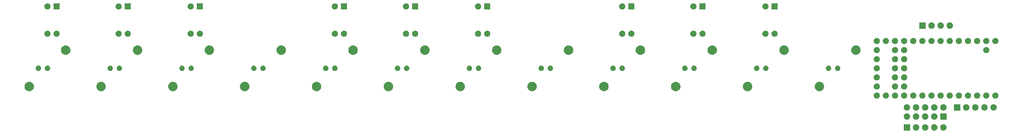
<source format=gbr>
G04 #@! TF.GenerationSoftware,KiCad,Pcbnew,(5.1.5)-3*
G04 #@! TF.CreationDate,2020-06-27T01:24:02-04:00*
G04 #@! TF.ProjectId,ssr cavity multiplexer,73737220-6361-4766-9974-79206d756c74,rev?*
G04 #@! TF.SameCoordinates,Original*
G04 #@! TF.FileFunction,Soldermask,Bot*
G04 #@! TF.FilePolarity,Negative*
%FSLAX46Y46*%
G04 Gerber Fmt 4.6, Leading zero omitted, Abs format (unit mm)*
G04 Created by KiCad (PCBNEW (5.1.5)-3) date 2020-06-27 01:24:02*
%MOMM*%
%LPD*%
G04 APERTURE LIST*
%ADD10C,0.100000*%
G04 APERTURE END LIST*
D10*
G36*
X274179512Y-150995927D02*
G01*
X274328812Y-151025624D01*
X274492784Y-151093544D01*
X274640354Y-151192147D01*
X274765853Y-151317646D01*
X274864456Y-151465216D01*
X274932376Y-151629188D01*
X274967000Y-151803259D01*
X274967000Y-151980741D01*
X274932376Y-152154812D01*
X274864456Y-152318784D01*
X274765853Y-152466354D01*
X274640354Y-152591853D01*
X274492784Y-152690456D01*
X274328812Y-152758376D01*
X274179512Y-152788073D01*
X274154742Y-152793000D01*
X273977258Y-152793000D01*
X273952488Y-152788073D01*
X273803188Y-152758376D01*
X273639216Y-152690456D01*
X273491646Y-152591853D01*
X273366147Y-152466354D01*
X273267544Y-152318784D01*
X273199624Y-152154812D01*
X273165000Y-151980741D01*
X273165000Y-151803259D01*
X273199624Y-151629188D01*
X273267544Y-151465216D01*
X273366147Y-151317646D01*
X273491646Y-151192147D01*
X273639216Y-151093544D01*
X273803188Y-151025624D01*
X273952488Y-150995927D01*
X273977258Y-150991000D01*
X274154742Y-150991000D01*
X274179512Y-150995927D01*
G37*
G36*
X271639512Y-150995927D02*
G01*
X271788812Y-151025624D01*
X271952784Y-151093544D01*
X272100354Y-151192147D01*
X272225853Y-151317646D01*
X272324456Y-151465216D01*
X272392376Y-151629188D01*
X272427000Y-151803259D01*
X272427000Y-151980741D01*
X272392376Y-152154812D01*
X272324456Y-152318784D01*
X272225853Y-152466354D01*
X272100354Y-152591853D01*
X271952784Y-152690456D01*
X271788812Y-152758376D01*
X271639512Y-152788073D01*
X271614742Y-152793000D01*
X271437258Y-152793000D01*
X271412488Y-152788073D01*
X271263188Y-152758376D01*
X271099216Y-152690456D01*
X270951646Y-152591853D01*
X270826147Y-152466354D01*
X270727544Y-152318784D01*
X270659624Y-152154812D01*
X270625000Y-151980741D01*
X270625000Y-151803259D01*
X270659624Y-151629188D01*
X270727544Y-151465216D01*
X270826147Y-151317646D01*
X270951646Y-151192147D01*
X271099216Y-151093544D01*
X271263188Y-151025624D01*
X271412488Y-150995927D01*
X271437258Y-150991000D01*
X271614742Y-150991000D01*
X271639512Y-150995927D01*
G37*
G36*
X269099512Y-150995927D02*
G01*
X269248812Y-151025624D01*
X269412784Y-151093544D01*
X269560354Y-151192147D01*
X269685853Y-151317646D01*
X269784456Y-151465216D01*
X269852376Y-151629188D01*
X269887000Y-151803259D01*
X269887000Y-151980741D01*
X269852376Y-152154812D01*
X269784456Y-152318784D01*
X269685853Y-152466354D01*
X269560354Y-152591853D01*
X269412784Y-152690456D01*
X269248812Y-152758376D01*
X269099512Y-152788073D01*
X269074742Y-152793000D01*
X268897258Y-152793000D01*
X268872488Y-152788073D01*
X268723188Y-152758376D01*
X268559216Y-152690456D01*
X268411646Y-152591853D01*
X268286147Y-152466354D01*
X268187544Y-152318784D01*
X268119624Y-152154812D01*
X268085000Y-151980741D01*
X268085000Y-151803259D01*
X268119624Y-151629188D01*
X268187544Y-151465216D01*
X268286147Y-151317646D01*
X268411646Y-151192147D01*
X268559216Y-151093544D01*
X268723188Y-151025624D01*
X268872488Y-150995927D01*
X268897258Y-150991000D01*
X269074742Y-150991000D01*
X269099512Y-150995927D01*
G37*
G36*
X264807000Y-152793000D02*
G01*
X263005000Y-152793000D01*
X263005000Y-150991000D01*
X264807000Y-150991000D01*
X264807000Y-152793000D01*
G37*
G36*
X266559512Y-150995927D02*
G01*
X266708812Y-151025624D01*
X266872784Y-151093544D01*
X267020354Y-151192147D01*
X267145853Y-151317646D01*
X267244456Y-151465216D01*
X267312376Y-151629188D01*
X267347000Y-151803259D01*
X267347000Y-151980741D01*
X267312376Y-152154812D01*
X267244456Y-152318784D01*
X267145853Y-152466354D01*
X267020354Y-152591853D01*
X266872784Y-152690456D01*
X266708812Y-152758376D01*
X266559512Y-152788073D01*
X266534742Y-152793000D01*
X266357258Y-152793000D01*
X266332488Y-152788073D01*
X266183188Y-152758376D01*
X266019216Y-152690456D01*
X265871646Y-152591853D01*
X265746147Y-152466354D01*
X265647544Y-152318784D01*
X265579624Y-152154812D01*
X265545000Y-151980741D01*
X265545000Y-151803259D01*
X265579624Y-151629188D01*
X265647544Y-151465216D01*
X265746147Y-151317646D01*
X265871646Y-151192147D01*
X266019216Y-151093544D01*
X266183188Y-151025624D01*
X266332488Y-150995927D01*
X266357258Y-150991000D01*
X266534742Y-150991000D01*
X266559512Y-150995927D01*
G37*
G36*
X269099512Y-147947927D02*
G01*
X269248812Y-147977624D01*
X269412784Y-148045544D01*
X269560354Y-148144147D01*
X269685853Y-148269646D01*
X269784456Y-148417216D01*
X269852376Y-148581188D01*
X269887000Y-148755259D01*
X269887000Y-148932741D01*
X269852376Y-149106812D01*
X269784456Y-149270784D01*
X269685853Y-149418354D01*
X269560354Y-149543853D01*
X269412784Y-149642456D01*
X269248812Y-149710376D01*
X269099512Y-149740073D01*
X269074742Y-149745000D01*
X268897258Y-149745000D01*
X268872488Y-149740073D01*
X268723188Y-149710376D01*
X268559216Y-149642456D01*
X268411646Y-149543853D01*
X268286147Y-149418354D01*
X268187544Y-149270784D01*
X268119624Y-149106812D01*
X268085000Y-148932741D01*
X268085000Y-148755259D01*
X268119624Y-148581188D01*
X268187544Y-148417216D01*
X268286147Y-148269646D01*
X268411646Y-148144147D01*
X268559216Y-148045544D01*
X268723188Y-147977624D01*
X268872488Y-147947927D01*
X268897258Y-147943000D01*
X269074742Y-147943000D01*
X269099512Y-147947927D01*
G37*
G36*
X264019512Y-147947927D02*
G01*
X264168812Y-147977624D01*
X264332784Y-148045544D01*
X264480354Y-148144147D01*
X264605853Y-148269646D01*
X264704456Y-148417216D01*
X264772376Y-148581188D01*
X264807000Y-148755259D01*
X264807000Y-148932741D01*
X264772376Y-149106812D01*
X264704456Y-149270784D01*
X264605853Y-149418354D01*
X264480354Y-149543853D01*
X264332784Y-149642456D01*
X264168812Y-149710376D01*
X264019512Y-149740073D01*
X263994742Y-149745000D01*
X263817258Y-149745000D01*
X263792488Y-149740073D01*
X263643188Y-149710376D01*
X263479216Y-149642456D01*
X263331646Y-149543853D01*
X263206147Y-149418354D01*
X263107544Y-149270784D01*
X263039624Y-149106812D01*
X263005000Y-148932741D01*
X263005000Y-148755259D01*
X263039624Y-148581188D01*
X263107544Y-148417216D01*
X263206147Y-148269646D01*
X263331646Y-148144147D01*
X263479216Y-148045544D01*
X263643188Y-147977624D01*
X263792488Y-147947927D01*
X263817258Y-147943000D01*
X263994742Y-147943000D01*
X264019512Y-147947927D01*
G37*
G36*
X274967000Y-149745000D02*
G01*
X273165000Y-149745000D01*
X273165000Y-147943000D01*
X274967000Y-147943000D01*
X274967000Y-149745000D01*
G37*
G36*
X266559512Y-147947927D02*
G01*
X266708812Y-147977624D01*
X266872784Y-148045544D01*
X267020354Y-148144147D01*
X267145853Y-148269646D01*
X267244456Y-148417216D01*
X267312376Y-148581188D01*
X267347000Y-148755259D01*
X267347000Y-148932741D01*
X267312376Y-149106812D01*
X267244456Y-149270784D01*
X267145853Y-149418354D01*
X267020354Y-149543853D01*
X266872784Y-149642456D01*
X266708812Y-149710376D01*
X266559512Y-149740073D01*
X266534742Y-149745000D01*
X266357258Y-149745000D01*
X266332488Y-149740073D01*
X266183188Y-149710376D01*
X266019216Y-149642456D01*
X265871646Y-149543853D01*
X265746147Y-149418354D01*
X265647544Y-149270784D01*
X265579624Y-149106812D01*
X265545000Y-148932741D01*
X265545000Y-148755259D01*
X265579624Y-148581188D01*
X265647544Y-148417216D01*
X265746147Y-148269646D01*
X265871646Y-148144147D01*
X266019216Y-148045544D01*
X266183188Y-147977624D01*
X266332488Y-147947927D01*
X266357258Y-147943000D01*
X266534742Y-147943000D01*
X266559512Y-147947927D01*
G37*
G36*
X271639512Y-147947927D02*
G01*
X271788812Y-147977624D01*
X271952784Y-148045544D01*
X272100354Y-148144147D01*
X272225853Y-148269646D01*
X272324456Y-148417216D01*
X272392376Y-148581188D01*
X272427000Y-148755259D01*
X272427000Y-148932741D01*
X272392376Y-149106812D01*
X272324456Y-149270784D01*
X272225853Y-149418354D01*
X272100354Y-149543853D01*
X271952784Y-149642456D01*
X271788812Y-149710376D01*
X271639512Y-149740073D01*
X271614742Y-149745000D01*
X271437258Y-149745000D01*
X271412488Y-149740073D01*
X271263188Y-149710376D01*
X271099216Y-149642456D01*
X270951646Y-149543853D01*
X270826147Y-149418354D01*
X270727544Y-149270784D01*
X270659624Y-149106812D01*
X270625000Y-148932741D01*
X270625000Y-148755259D01*
X270659624Y-148581188D01*
X270727544Y-148417216D01*
X270826147Y-148269646D01*
X270951646Y-148144147D01*
X271099216Y-148045544D01*
X271263188Y-147977624D01*
X271412488Y-147947927D01*
X271437258Y-147943000D01*
X271614742Y-147943000D01*
X271639512Y-147947927D01*
G37*
G36*
X269099512Y-145407927D02*
G01*
X269248812Y-145437624D01*
X269412784Y-145505544D01*
X269560354Y-145604147D01*
X269685853Y-145729646D01*
X269784456Y-145877216D01*
X269852376Y-146041188D01*
X269887000Y-146215259D01*
X269887000Y-146392741D01*
X269852376Y-146566812D01*
X269784456Y-146730784D01*
X269685853Y-146878354D01*
X269560354Y-147003853D01*
X269412784Y-147102456D01*
X269248812Y-147170376D01*
X269099512Y-147200073D01*
X269074742Y-147205000D01*
X268897258Y-147205000D01*
X268872488Y-147200073D01*
X268723188Y-147170376D01*
X268559216Y-147102456D01*
X268411646Y-147003853D01*
X268286147Y-146878354D01*
X268187544Y-146730784D01*
X268119624Y-146566812D01*
X268085000Y-146392741D01*
X268085000Y-146215259D01*
X268119624Y-146041188D01*
X268187544Y-145877216D01*
X268286147Y-145729646D01*
X268411646Y-145604147D01*
X268559216Y-145505544D01*
X268723188Y-145437624D01*
X268872488Y-145407927D01*
X268897258Y-145403000D01*
X269074742Y-145403000D01*
X269099512Y-145407927D01*
G37*
G36*
X280529512Y-145407927D02*
G01*
X280678812Y-145437624D01*
X280842784Y-145505544D01*
X280990354Y-145604147D01*
X281115853Y-145729646D01*
X281214456Y-145877216D01*
X281282376Y-146041188D01*
X281317000Y-146215259D01*
X281317000Y-146392741D01*
X281282376Y-146566812D01*
X281214456Y-146730784D01*
X281115853Y-146878354D01*
X280990354Y-147003853D01*
X280842784Y-147102456D01*
X280678812Y-147170376D01*
X280529512Y-147200073D01*
X280504742Y-147205000D01*
X280327258Y-147205000D01*
X280302488Y-147200073D01*
X280153188Y-147170376D01*
X279989216Y-147102456D01*
X279841646Y-147003853D01*
X279716147Y-146878354D01*
X279617544Y-146730784D01*
X279549624Y-146566812D01*
X279515000Y-146392741D01*
X279515000Y-146215259D01*
X279549624Y-146041188D01*
X279617544Y-145877216D01*
X279716147Y-145729646D01*
X279841646Y-145604147D01*
X279989216Y-145505544D01*
X280153188Y-145437624D01*
X280302488Y-145407927D01*
X280327258Y-145403000D01*
X280504742Y-145403000D01*
X280529512Y-145407927D01*
G37*
G36*
X278777000Y-147205000D02*
G01*
X276975000Y-147205000D01*
X276975000Y-145403000D01*
X278777000Y-145403000D01*
X278777000Y-147205000D01*
G37*
G36*
X288149512Y-145407927D02*
G01*
X288298812Y-145437624D01*
X288462784Y-145505544D01*
X288610354Y-145604147D01*
X288735853Y-145729646D01*
X288834456Y-145877216D01*
X288902376Y-146041188D01*
X288937000Y-146215259D01*
X288937000Y-146392741D01*
X288902376Y-146566812D01*
X288834456Y-146730784D01*
X288735853Y-146878354D01*
X288610354Y-147003853D01*
X288462784Y-147102456D01*
X288298812Y-147170376D01*
X288149512Y-147200073D01*
X288124742Y-147205000D01*
X287947258Y-147205000D01*
X287922488Y-147200073D01*
X287773188Y-147170376D01*
X287609216Y-147102456D01*
X287461646Y-147003853D01*
X287336147Y-146878354D01*
X287237544Y-146730784D01*
X287169624Y-146566812D01*
X287135000Y-146392741D01*
X287135000Y-146215259D01*
X287169624Y-146041188D01*
X287237544Y-145877216D01*
X287336147Y-145729646D01*
X287461646Y-145604147D01*
X287609216Y-145505544D01*
X287773188Y-145437624D01*
X287922488Y-145407927D01*
X287947258Y-145403000D01*
X288124742Y-145403000D01*
X288149512Y-145407927D01*
G37*
G36*
X285609512Y-145407927D02*
G01*
X285758812Y-145437624D01*
X285922784Y-145505544D01*
X286070354Y-145604147D01*
X286195853Y-145729646D01*
X286294456Y-145877216D01*
X286362376Y-146041188D01*
X286397000Y-146215259D01*
X286397000Y-146392741D01*
X286362376Y-146566812D01*
X286294456Y-146730784D01*
X286195853Y-146878354D01*
X286070354Y-147003853D01*
X285922784Y-147102456D01*
X285758812Y-147170376D01*
X285609512Y-147200073D01*
X285584742Y-147205000D01*
X285407258Y-147205000D01*
X285382488Y-147200073D01*
X285233188Y-147170376D01*
X285069216Y-147102456D01*
X284921646Y-147003853D01*
X284796147Y-146878354D01*
X284697544Y-146730784D01*
X284629624Y-146566812D01*
X284595000Y-146392741D01*
X284595000Y-146215259D01*
X284629624Y-146041188D01*
X284697544Y-145877216D01*
X284796147Y-145729646D01*
X284921646Y-145604147D01*
X285069216Y-145505544D01*
X285233188Y-145437624D01*
X285382488Y-145407927D01*
X285407258Y-145403000D01*
X285584742Y-145403000D01*
X285609512Y-145407927D01*
G37*
G36*
X283069512Y-145407927D02*
G01*
X283218812Y-145437624D01*
X283382784Y-145505544D01*
X283530354Y-145604147D01*
X283655853Y-145729646D01*
X283754456Y-145877216D01*
X283822376Y-146041188D01*
X283857000Y-146215259D01*
X283857000Y-146392741D01*
X283822376Y-146566812D01*
X283754456Y-146730784D01*
X283655853Y-146878354D01*
X283530354Y-147003853D01*
X283382784Y-147102456D01*
X283218812Y-147170376D01*
X283069512Y-147200073D01*
X283044742Y-147205000D01*
X282867258Y-147205000D01*
X282842488Y-147200073D01*
X282693188Y-147170376D01*
X282529216Y-147102456D01*
X282381646Y-147003853D01*
X282256147Y-146878354D01*
X282157544Y-146730784D01*
X282089624Y-146566812D01*
X282055000Y-146392741D01*
X282055000Y-146215259D01*
X282089624Y-146041188D01*
X282157544Y-145877216D01*
X282256147Y-145729646D01*
X282381646Y-145604147D01*
X282529216Y-145505544D01*
X282693188Y-145437624D01*
X282842488Y-145407927D01*
X282867258Y-145403000D01*
X283044742Y-145403000D01*
X283069512Y-145407927D01*
G37*
G36*
X271639512Y-145407927D02*
G01*
X271788812Y-145437624D01*
X271952784Y-145505544D01*
X272100354Y-145604147D01*
X272225853Y-145729646D01*
X272324456Y-145877216D01*
X272392376Y-146041188D01*
X272427000Y-146215259D01*
X272427000Y-146392741D01*
X272392376Y-146566812D01*
X272324456Y-146730784D01*
X272225853Y-146878354D01*
X272100354Y-147003853D01*
X271952784Y-147102456D01*
X271788812Y-147170376D01*
X271639512Y-147200073D01*
X271614742Y-147205000D01*
X271437258Y-147205000D01*
X271412488Y-147200073D01*
X271263188Y-147170376D01*
X271099216Y-147102456D01*
X270951646Y-147003853D01*
X270826147Y-146878354D01*
X270727544Y-146730784D01*
X270659624Y-146566812D01*
X270625000Y-146392741D01*
X270625000Y-146215259D01*
X270659624Y-146041188D01*
X270727544Y-145877216D01*
X270826147Y-145729646D01*
X270951646Y-145604147D01*
X271099216Y-145505544D01*
X271263188Y-145437624D01*
X271412488Y-145407927D01*
X271437258Y-145403000D01*
X271614742Y-145403000D01*
X271639512Y-145407927D01*
G37*
G36*
X266559512Y-145407927D02*
G01*
X266708812Y-145437624D01*
X266872784Y-145505544D01*
X267020354Y-145604147D01*
X267145853Y-145729646D01*
X267244456Y-145877216D01*
X267312376Y-146041188D01*
X267347000Y-146215259D01*
X267347000Y-146392741D01*
X267312376Y-146566812D01*
X267244456Y-146730784D01*
X267145853Y-146878354D01*
X267020354Y-147003853D01*
X266872784Y-147102456D01*
X266708812Y-147170376D01*
X266559512Y-147200073D01*
X266534742Y-147205000D01*
X266357258Y-147205000D01*
X266332488Y-147200073D01*
X266183188Y-147170376D01*
X266019216Y-147102456D01*
X265871646Y-147003853D01*
X265746147Y-146878354D01*
X265647544Y-146730784D01*
X265579624Y-146566812D01*
X265545000Y-146392741D01*
X265545000Y-146215259D01*
X265579624Y-146041188D01*
X265647544Y-145877216D01*
X265746147Y-145729646D01*
X265871646Y-145604147D01*
X266019216Y-145505544D01*
X266183188Y-145437624D01*
X266332488Y-145407927D01*
X266357258Y-145403000D01*
X266534742Y-145403000D01*
X266559512Y-145407927D01*
G37*
G36*
X264019512Y-145407927D02*
G01*
X264168812Y-145437624D01*
X264332784Y-145505544D01*
X264480354Y-145604147D01*
X264605853Y-145729646D01*
X264704456Y-145877216D01*
X264772376Y-146041188D01*
X264807000Y-146215259D01*
X264807000Y-146392741D01*
X264772376Y-146566812D01*
X264704456Y-146730784D01*
X264605853Y-146878354D01*
X264480354Y-147003853D01*
X264332784Y-147102456D01*
X264168812Y-147170376D01*
X264019512Y-147200073D01*
X263994742Y-147205000D01*
X263817258Y-147205000D01*
X263792488Y-147200073D01*
X263643188Y-147170376D01*
X263479216Y-147102456D01*
X263331646Y-147003853D01*
X263206147Y-146878354D01*
X263107544Y-146730784D01*
X263039624Y-146566812D01*
X263005000Y-146392741D01*
X263005000Y-146215259D01*
X263039624Y-146041188D01*
X263107544Y-145877216D01*
X263206147Y-145729646D01*
X263331646Y-145604147D01*
X263479216Y-145505544D01*
X263643188Y-145437624D01*
X263792488Y-145407927D01*
X263817258Y-145403000D01*
X263994742Y-145403000D01*
X264019512Y-145407927D01*
G37*
G36*
X274179512Y-145407927D02*
G01*
X274328812Y-145437624D01*
X274492784Y-145505544D01*
X274640354Y-145604147D01*
X274765853Y-145729646D01*
X274864456Y-145877216D01*
X274932376Y-146041188D01*
X274967000Y-146215259D01*
X274967000Y-146392741D01*
X274932376Y-146566812D01*
X274864456Y-146730784D01*
X274765853Y-146878354D01*
X274640354Y-147003853D01*
X274492784Y-147102456D01*
X274328812Y-147170376D01*
X274179512Y-147200073D01*
X274154742Y-147205000D01*
X273977258Y-147205000D01*
X273952488Y-147200073D01*
X273803188Y-147170376D01*
X273639216Y-147102456D01*
X273491646Y-147003853D01*
X273366147Y-146878354D01*
X273267544Y-146730784D01*
X273199624Y-146566812D01*
X273165000Y-146392741D01*
X273165000Y-146215259D01*
X273199624Y-146041188D01*
X273267544Y-145877216D01*
X273366147Y-145729646D01*
X273491646Y-145604147D01*
X273639216Y-145505544D01*
X273803188Y-145437624D01*
X273952488Y-145407927D01*
X273977258Y-145403000D01*
X274154742Y-145403000D01*
X274179512Y-145407927D01*
G37*
G36*
X288792228Y-142183703D02*
G01*
X288947100Y-142247853D01*
X289086481Y-142340985D01*
X289205015Y-142459519D01*
X289298147Y-142598900D01*
X289362297Y-142753772D01*
X289395000Y-142918184D01*
X289395000Y-143085816D01*
X289362297Y-143250228D01*
X289298147Y-143405100D01*
X289205015Y-143544481D01*
X289086481Y-143663015D01*
X288947100Y-143756147D01*
X288792228Y-143820297D01*
X288627816Y-143853000D01*
X288460184Y-143853000D01*
X288295772Y-143820297D01*
X288140900Y-143756147D01*
X288001519Y-143663015D01*
X287882985Y-143544481D01*
X287789853Y-143405100D01*
X287725703Y-143250228D01*
X287693000Y-143085816D01*
X287693000Y-142918184D01*
X287725703Y-142753772D01*
X287789853Y-142598900D01*
X287882985Y-142459519D01*
X288001519Y-142340985D01*
X288140900Y-142247853D01*
X288295772Y-142183703D01*
X288460184Y-142151000D01*
X288627816Y-142151000D01*
X288792228Y-142183703D01*
G37*
G36*
X286252228Y-142183703D02*
G01*
X286407100Y-142247853D01*
X286546481Y-142340985D01*
X286665015Y-142459519D01*
X286758147Y-142598900D01*
X286822297Y-142753772D01*
X286855000Y-142918184D01*
X286855000Y-143085816D01*
X286822297Y-143250228D01*
X286758147Y-143405100D01*
X286665015Y-143544481D01*
X286546481Y-143663015D01*
X286407100Y-143756147D01*
X286252228Y-143820297D01*
X286087816Y-143853000D01*
X285920184Y-143853000D01*
X285755772Y-143820297D01*
X285600900Y-143756147D01*
X285461519Y-143663015D01*
X285342985Y-143544481D01*
X285249853Y-143405100D01*
X285185703Y-143250228D01*
X285153000Y-143085816D01*
X285153000Y-142918184D01*
X285185703Y-142753772D01*
X285249853Y-142598900D01*
X285342985Y-142459519D01*
X285461519Y-142340985D01*
X285600900Y-142247853D01*
X285755772Y-142183703D01*
X285920184Y-142151000D01*
X286087816Y-142151000D01*
X286252228Y-142183703D01*
G37*
G36*
X283712228Y-142183703D02*
G01*
X283867100Y-142247853D01*
X284006481Y-142340985D01*
X284125015Y-142459519D01*
X284218147Y-142598900D01*
X284282297Y-142753772D01*
X284315000Y-142918184D01*
X284315000Y-143085816D01*
X284282297Y-143250228D01*
X284218147Y-143405100D01*
X284125015Y-143544481D01*
X284006481Y-143663015D01*
X283867100Y-143756147D01*
X283712228Y-143820297D01*
X283547816Y-143853000D01*
X283380184Y-143853000D01*
X283215772Y-143820297D01*
X283060900Y-143756147D01*
X282921519Y-143663015D01*
X282802985Y-143544481D01*
X282709853Y-143405100D01*
X282645703Y-143250228D01*
X282613000Y-143085816D01*
X282613000Y-142918184D01*
X282645703Y-142753772D01*
X282709853Y-142598900D01*
X282802985Y-142459519D01*
X282921519Y-142340985D01*
X283060900Y-142247853D01*
X283215772Y-142183703D01*
X283380184Y-142151000D01*
X283547816Y-142151000D01*
X283712228Y-142183703D01*
G37*
G36*
X281172228Y-142183703D02*
G01*
X281327100Y-142247853D01*
X281466481Y-142340985D01*
X281585015Y-142459519D01*
X281678147Y-142598900D01*
X281742297Y-142753772D01*
X281775000Y-142918184D01*
X281775000Y-143085816D01*
X281742297Y-143250228D01*
X281678147Y-143405100D01*
X281585015Y-143544481D01*
X281466481Y-143663015D01*
X281327100Y-143756147D01*
X281172228Y-143820297D01*
X281007816Y-143853000D01*
X280840184Y-143853000D01*
X280675772Y-143820297D01*
X280520900Y-143756147D01*
X280381519Y-143663015D01*
X280262985Y-143544481D01*
X280169853Y-143405100D01*
X280105703Y-143250228D01*
X280073000Y-143085816D01*
X280073000Y-142918184D01*
X280105703Y-142753772D01*
X280169853Y-142598900D01*
X280262985Y-142459519D01*
X280381519Y-142340985D01*
X280520900Y-142247853D01*
X280675772Y-142183703D01*
X280840184Y-142151000D01*
X281007816Y-142151000D01*
X281172228Y-142183703D01*
G37*
G36*
X278632228Y-142183703D02*
G01*
X278787100Y-142247853D01*
X278926481Y-142340985D01*
X279045015Y-142459519D01*
X279138147Y-142598900D01*
X279202297Y-142753772D01*
X279235000Y-142918184D01*
X279235000Y-143085816D01*
X279202297Y-143250228D01*
X279138147Y-143405100D01*
X279045015Y-143544481D01*
X278926481Y-143663015D01*
X278787100Y-143756147D01*
X278632228Y-143820297D01*
X278467816Y-143853000D01*
X278300184Y-143853000D01*
X278135772Y-143820297D01*
X277980900Y-143756147D01*
X277841519Y-143663015D01*
X277722985Y-143544481D01*
X277629853Y-143405100D01*
X277565703Y-143250228D01*
X277533000Y-143085816D01*
X277533000Y-142918184D01*
X277565703Y-142753772D01*
X277629853Y-142598900D01*
X277722985Y-142459519D01*
X277841519Y-142340985D01*
X277980900Y-142247853D01*
X278135772Y-142183703D01*
X278300184Y-142151000D01*
X278467816Y-142151000D01*
X278632228Y-142183703D01*
G37*
G36*
X276092228Y-142183703D02*
G01*
X276247100Y-142247853D01*
X276386481Y-142340985D01*
X276505015Y-142459519D01*
X276598147Y-142598900D01*
X276662297Y-142753772D01*
X276695000Y-142918184D01*
X276695000Y-143085816D01*
X276662297Y-143250228D01*
X276598147Y-143405100D01*
X276505015Y-143544481D01*
X276386481Y-143663015D01*
X276247100Y-143756147D01*
X276092228Y-143820297D01*
X275927816Y-143853000D01*
X275760184Y-143853000D01*
X275595772Y-143820297D01*
X275440900Y-143756147D01*
X275301519Y-143663015D01*
X275182985Y-143544481D01*
X275089853Y-143405100D01*
X275025703Y-143250228D01*
X274993000Y-143085816D01*
X274993000Y-142918184D01*
X275025703Y-142753772D01*
X275089853Y-142598900D01*
X275182985Y-142459519D01*
X275301519Y-142340985D01*
X275440900Y-142247853D01*
X275595772Y-142183703D01*
X275760184Y-142151000D01*
X275927816Y-142151000D01*
X276092228Y-142183703D01*
G37*
G36*
X273552228Y-142183703D02*
G01*
X273707100Y-142247853D01*
X273846481Y-142340985D01*
X273965015Y-142459519D01*
X274058147Y-142598900D01*
X274122297Y-142753772D01*
X274155000Y-142918184D01*
X274155000Y-143085816D01*
X274122297Y-143250228D01*
X274058147Y-143405100D01*
X273965015Y-143544481D01*
X273846481Y-143663015D01*
X273707100Y-143756147D01*
X273552228Y-143820297D01*
X273387816Y-143853000D01*
X273220184Y-143853000D01*
X273055772Y-143820297D01*
X272900900Y-143756147D01*
X272761519Y-143663015D01*
X272642985Y-143544481D01*
X272549853Y-143405100D01*
X272485703Y-143250228D01*
X272453000Y-143085816D01*
X272453000Y-142918184D01*
X272485703Y-142753772D01*
X272549853Y-142598900D01*
X272642985Y-142459519D01*
X272761519Y-142340985D01*
X272900900Y-142247853D01*
X273055772Y-142183703D01*
X273220184Y-142151000D01*
X273387816Y-142151000D01*
X273552228Y-142183703D01*
G37*
G36*
X255772228Y-142183703D02*
G01*
X255927100Y-142247853D01*
X256066481Y-142340985D01*
X256185015Y-142459519D01*
X256278147Y-142598900D01*
X256342297Y-142753772D01*
X256375000Y-142918184D01*
X256375000Y-143085816D01*
X256342297Y-143250228D01*
X256278147Y-143405100D01*
X256185015Y-143544481D01*
X256066481Y-143663015D01*
X255927100Y-143756147D01*
X255772228Y-143820297D01*
X255607816Y-143853000D01*
X255440184Y-143853000D01*
X255275772Y-143820297D01*
X255120900Y-143756147D01*
X254981519Y-143663015D01*
X254862985Y-143544481D01*
X254769853Y-143405100D01*
X254705703Y-143250228D01*
X254673000Y-143085816D01*
X254673000Y-142918184D01*
X254705703Y-142753772D01*
X254769853Y-142598900D01*
X254862985Y-142459519D01*
X254981519Y-142340985D01*
X255120900Y-142247853D01*
X255275772Y-142183703D01*
X255440184Y-142151000D01*
X255607816Y-142151000D01*
X255772228Y-142183703D01*
G37*
G36*
X271012228Y-142183703D02*
G01*
X271167100Y-142247853D01*
X271306481Y-142340985D01*
X271425015Y-142459519D01*
X271518147Y-142598900D01*
X271582297Y-142753772D01*
X271615000Y-142918184D01*
X271615000Y-143085816D01*
X271582297Y-143250228D01*
X271518147Y-143405100D01*
X271425015Y-143544481D01*
X271306481Y-143663015D01*
X271167100Y-143756147D01*
X271012228Y-143820297D01*
X270847816Y-143853000D01*
X270680184Y-143853000D01*
X270515772Y-143820297D01*
X270360900Y-143756147D01*
X270221519Y-143663015D01*
X270102985Y-143544481D01*
X270009853Y-143405100D01*
X269945703Y-143250228D01*
X269913000Y-143085816D01*
X269913000Y-142918184D01*
X269945703Y-142753772D01*
X270009853Y-142598900D01*
X270102985Y-142459519D01*
X270221519Y-142340985D01*
X270360900Y-142247853D01*
X270515772Y-142183703D01*
X270680184Y-142151000D01*
X270847816Y-142151000D01*
X271012228Y-142183703D01*
G37*
G36*
X268472228Y-142183703D02*
G01*
X268627100Y-142247853D01*
X268766481Y-142340985D01*
X268885015Y-142459519D01*
X268978147Y-142598900D01*
X269042297Y-142753772D01*
X269075000Y-142918184D01*
X269075000Y-143085816D01*
X269042297Y-143250228D01*
X268978147Y-143405100D01*
X268885015Y-143544481D01*
X268766481Y-143663015D01*
X268627100Y-143756147D01*
X268472228Y-143820297D01*
X268307816Y-143853000D01*
X268140184Y-143853000D01*
X267975772Y-143820297D01*
X267820900Y-143756147D01*
X267681519Y-143663015D01*
X267562985Y-143544481D01*
X267469853Y-143405100D01*
X267405703Y-143250228D01*
X267373000Y-143085816D01*
X267373000Y-142918184D01*
X267405703Y-142753772D01*
X267469853Y-142598900D01*
X267562985Y-142459519D01*
X267681519Y-142340985D01*
X267820900Y-142247853D01*
X267975772Y-142183703D01*
X268140184Y-142151000D01*
X268307816Y-142151000D01*
X268472228Y-142183703D01*
G37*
G36*
X260852228Y-142183703D02*
G01*
X261007100Y-142247853D01*
X261146481Y-142340985D01*
X261265015Y-142459519D01*
X261358147Y-142598900D01*
X261422297Y-142753772D01*
X261455000Y-142918184D01*
X261455000Y-143085816D01*
X261422297Y-143250228D01*
X261358147Y-143405100D01*
X261265015Y-143544481D01*
X261146481Y-143663015D01*
X261007100Y-143756147D01*
X260852228Y-143820297D01*
X260687816Y-143853000D01*
X260520184Y-143853000D01*
X260355772Y-143820297D01*
X260200900Y-143756147D01*
X260061519Y-143663015D01*
X259942985Y-143544481D01*
X259849853Y-143405100D01*
X259785703Y-143250228D01*
X259753000Y-143085816D01*
X259753000Y-142918184D01*
X259785703Y-142753772D01*
X259849853Y-142598900D01*
X259942985Y-142459519D01*
X260061519Y-142340985D01*
X260200900Y-142247853D01*
X260355772Y-142183703D01*
X260520184Y-142151000D01*
X260687816Y-142151000D01*
X260852228Y-142183703D01*
G37*
G36*
X263392228Y-142183703D02*
G01*
X263547100Y-142247853D01*
X263686481Y-142340985D01*
X263805015Y-142459519D01*
X263898147Y-142598900D01*
X263962297Y-142753772D01*
X263995000Y-142918184D01*
X263995000Y-143085816D01*
X263962297Y-143250228D01*
X263898147Y-143405100D01*
X263805015Y-143544481D01*
X263686481Y-143663015D01*
X263547100Y-143756147D01*
X263392228Y-143820297D01*
X263227816Y-143853000D01*
X263060184Y-143853000D01*
X262895772Y-143820297D01*
X262740900Y-143756147D01*
X262601519Y-143663015D01*
X262482985Y-143544481D01*
X262389853Y-143405100D01*
X262325703Y-143250228D01*
X262293000Y-143085816D01*
X262293000Y-142918184D01*
X262325703Y-142753772D01*
X262389853Y-142598900D01*
X262482985Y-142459519D01*
X262601519Y-142340985D01*
X262740900Y-142247853D01*
X262895772Y-142183703D01*
X263060184Y-142151000D01*
X263227816Y-142151000D01*
X263392228Y-142183703D01*
G37*
G36*
X258312228Y-142183703D02*
G01*
X258467100Y-142247853D01*
X258606481Y-142340985D01*
X258725015Y-142459519D01*
X258818147Y-142598900D01*
X258882297Y-142753772D01*
X258915000Y-142918184D01*
X258915000Y-143085816D01*
X258882297Y-143250228D01*
X258818147Y-143405100D01*
X258725015Y-143544481D01*
X258606481Y-143663015D01*
X258467100Y-143756147D01*
X258312228Y-143820297D01*
X258147816Y-143853000D01*
X257980184Y-143853000D01*
X257815772Y-143820297D01*
X257660900Y-143756147D01*
X257521519Y-143663015D01*
X257402985Y-143544481D01*
X257309853Y-143405100D01*
X257245703Y-143250228D01*
X257213000Y-143085816D01*
X257213000Y-142918184D01*
X257245703Y-142753772D01*
X257309853Y-142598900D01*
X257402985Y-142459519D01*
X257521519Y-142340985D01*
X257660900Y-142247853D01*
X257815772Y-142183703D01*
X257980184Y-142151000D01*
X258147816Y-142151000D01*
X258312228Y-142183703D01*
G37*
G36*
X265932228Y-142183703D02*
G01*
X266087100Y-142247853D01*
X266226481Y-142340985D01*
X266345015Y-142459519D01*
X266438147Y-142598900D01*
X266502297Y-142753772D01*
X266535000Y-142918184D01*
X266535000Y-143085816D01*
X266502297Y-143250228D01*
X266438147Y-143405100D01*
X266345015Y-143544481D01*
X266226481Y-143663015D01*
X266087100Y-143756147D01*
X265932228Y-143820297D01*
X265767816Y-143853000D01*
X265600184Y-143853000D01*
X265435772Y-143820297D01*
X265280900Y-143756147D01*
X265141519Y-143663015D01*
X265022985Y-143544481D01*
X264929853Y-143405100D01*
X264865703Y-143250228D01*
X264833000Y-143085816D01*
X264833000Y-142918184D01*
X264865703Y-142753772D01*
X264929853Y-142598900D01*
X265022985Y-142459519D01*
X265141519Y-142340985D01*
X265280900Y-142247853D01*
X265435772Y-142183703D01*
X265600184Y-142151000D01*
X265767816Y-142151000D01*
X265932228Y-142183703D01*
G37*
G36*
X199939616Y-139203977D02*
G01*
X200177711Y-139302599D01*
X200391992Y-139445777D01*
X200574223Y-139628008D01*
X200717401Y-139842289D01*
X200816023Y-140080384D01*
X200866300Y-140333142D01*
X200866300Y-140590858D01*
X200816023Y-140843616D01*
X200717401Y-141081711D01*
X200574223Y-141295992D01*
X200391992Y-141478223D01*
X200177711Y-141621401D01*
X199939616Y-141720023D01*
X199686858Y-141770300D01*
X199429142Y-141770300D01*
X199176384Y-141720023D01*
X198938289Y-141621401D01*
X198724008Y-141478223D01*
X198541777Y-141295992D01*
X198398599Y-141081711D01*
X198299977Y-140843616D01*
X198249700Y-140590858D01*
X198249700Y-140333142D01*
X198299977Y-140080384D01*
X198398599Y-139842289D01*
X198541777Y-139628008D01*
X198724008Y-139445777D01*
X198938289Y-139302599D01*
X199176384Y-139203977D01*
X199429142Y-139153700D01*
X199686858Y-139153700D01*
X199939616Y-139203977D01*
G37*
G36*
X19939616Y-139203977D02*
G01*
X20177711Y-139302599D01*
X20391992Y-139445777D01*
X20574223Y-139628008D01*
X20717401Y-139842289D01*
X20816023Y-140080384D01*
X20866300Y-140333142D01*
X20866300Y-140590858D01*
X20816023Y-140843616D01*
X20717401Y-141081711D01*
X20574223Y-141295992D01*
X20391992Y-141478223D01*
X20177711Y-141621401D01*
X19939616Y-141720023D01*
X19686858Y-141770300D01*
X19429142Y-141770300D01*
X19176384Y-141720023D01*
X18938289Y-141621401D01*
X18724008Y-141478223D01*
X18541777Y-141295992D01*
X18398599Y-141081711D01*
X18299977Y-140843616D01*
X18249700Y-140590858D01*
X18249700Y-140333142D01*
X18299977Y-140080384D01*
X18398599Y-139842289D01*
X18541777Y-139628008D01*
X18724008Y-139445777D01*
X18938289Y-139302599D01*
X19176384Y-139203977D01*
X19429142Y-139153700D01*
X19686858Y-139153700D01*
X19939616Y-139203977D01*
G37*
G36*
X39939616Y-139203977D02*
G01*
X40177711Y-139302599D01*
X40391992Y-139445777D01*
X40574223Y-139628008D01*
X40717401Y-139842289D01*
X40816023Y-140080384D01*
X40866300Y-140333142D01*
X40866300Y-140590858D01*
X40816023Y-140843616D01*
X40717401Y-141081711D01*
X40574223Y-141295992D01*
X40391992Y-141478223D01*
X40177711Y-141621401D01*
X39939616Y-141720023D01*
X39686858Y-141770300D01*
X39429142Y-141770300D01*
X39176384Y-141720023D01*
X38938289Y-141621401D01*
X38724008Y-141478223D01*
X38541777Y-141295992D01*
X38398599Y-141081711D01*
X38299977Y-140843616D01*
X38249700Y-140590858D01*
X38249700Y-140333142D01*
X38299977Y-140080384D01*
X38398599Y-139842289D01*
X38541777Y-139628008D01*
X38724008Y-139445777D01*
X38938289Y-139302599D01*
X39176384Y-139203977D01*
X39429142Y-139153700D01*
X39686858Y-139153700D01*
X39939616Y-139203977D01*
G37*
G36*
X59939616Y-139203977D02*
G01*
X60177711Y-139302599D01*
X60391992Y-139445777D01*
X60574223Y-139628008D01*
X60717401Y-139842289D01*
X60816023Y-140080384D01*
X60866300Y-140333142D01*
X60866300Y-140590858D01*
X60816023Y-140843616D01*
X60717401Y-141081711D01*
X60574223Y-141295992D01*
X60391992Y-141478223D01*
X60177711Y-141621401D01*
X59939616Y-141720023D01*
X59686858Y-141770300D01*
X59429142Y-141770300D01*
X59176384Y-141720023D01*
X58938289Y-141621401D01*
X58724008Y-141478223D01*
X58541777Y-141295992D01*
X58398599Y-141081711D01*
X58299977Y-140843616D01*
X58249700Y-140590858D01*
X58249700Y-140333142D01*
X58299977Y-140080384D01*
X58398599Y-139842289D01*
X58541777Y-139628008D01*
X58724008Y-139445777D01*
X58938289Y-139302599D01*
X59176384Y-139203977D01*
X59429142Y-139153700D01*
X59686858Y-139153700D01*
X59939616Y-139203977D01*
G37*
G36*
X99939616Y-139203977D02*
G01*
X100177711Y-139302599D01*
X100391992Y-139445777D01*
X100574223Y-139628008D01*
X100717401Y-139842289D01*
X100816023Y-140080384D01*
X100866300Y-140333142D01*
X100866300Y-140590858D01*
X100816023Y-140843616D01*
X100717401Y-141081711D01*
X100574223Y-141295992D01*
X100391992Y-141478223D01*
X100177711Y-141621401D01*
X99939616Y-141720023D01*
X99686858Y-141770300D01*
X99429142Y-141770300D01*
X99176384Y-141720023D01*
X98938289Y-141621401D01*
X98724008Y-141478223D01*
X98541777Y-141295992D01*
X98398599Y-141081711D01*
X98299977Y-140843616D01*
X98249700Y-140590858D01*
X98249700Y-140333142D01*
X98299977Y-140080384D01*
X98398599Y-139842289D01*
X98541777Y-139628008D01*
X98724008Y-139445777D01*
X98938289Y-139302599D01*
X99176384Y-139203977D01*
X99429142Y-139153700D01*
X99686858Y-139153700D01*
X99939616Y-139203977D01*
G37*
G36*
X79939616Y-139203977D02*
G01*
X80177711Y-139302599D01*
X80391992Y-139445777D01*
X80574223Y-139628008D01*
X80717401Y-139842289D01*
X80816023Y-140080384D01*
X80866300Y-140333142D01*
X80866300Y-140590858D01*
X80816023Y-140843616D01*
X80717401Y-141081711D01*
X80574223Y-141295992D01*
X80391992Y-141478223D01*
X80177711Y-141621401D01*
X79939616Y-141720023D01*
X79686858Y-141770300D01*
X79429142Y-141770300D01*
X79176384Y-141720023D01*
X78938289Y-141621401D01*
X78724008Y-141478223D01*
X78541777Y-141295992D01*
X78398599Y-141081711D01*
X78299977Y-140843616D01*
X78249700Y-140590858D01*
X78249700Y-140333142D01*
X78299977Y-140080384D01*
X78398599Y-139842289D01*
X78541777Y-139628008D01*
X78724008Y-139445777D01*
X78938289Y-139302599D01*
X79176384Y-139203977D01*
X79429142Y-139153700D01*
X79686858Y-139153700D01*
X79939616Y-139203977D01*
G37*
G36*
X219939616Y-139203977D02*
G01*
X220177711Y-139302599D01*
X220391992Y-139445777D01*
X220574223Y-139628008D01*
X220717401Y-139842289D01*
X220816023Y-140080384D01*
X220866300Y-140333142D01*
X220866300Y-140590858D01*
X220816023Y-140843616D01*
X220717401Y-141081711D01*
X220574223Y-141295992D01*
X220391992Y-141478223D01*
X220177711Y-141621401D01*
X219939616Y-141720023D01*
X219686858Y-141770300D01*
X219429142Y-141770300D01*
X219176384Y-141720023D01*
X218938289Y-141621401D01*
X218724008Y-141478223D01*
X218541777Y-141295992D01*
X218398599Y-141081711D01*
X218299977Y-140843616D01*
X218249700Y-140590858D01*
X218249700Y-140333142D01*
X218299977Y-140080384D01*
X218398599Y-139842289D01*
X218541777Y-139628008D01*
X218724008Y-139445777D01*
X218938289Y-139302599D01*
X219176384Y-139203977D01*
X219429142Y-139153700D01*
X219686858Y-139153700D01*
X219939616Y-139203977D01*
G37*
G36*
X179939616Y-139203977D02*
G01*
X180177711Y-139302599D01*
X180391992Y-139445777D01*
X180574223Y-139628008D01*
X180717401Y-139842289D01*
X180816023Y-140080384D01*
X180866300Y-140333142D01*
X180866300Y-140590858D01*
X180816023Y-140843616D01*
X180717401Y-141081711D01*
X180574223Y-141295992D01*
X180391992Y-141478223D01*
X180177711Y-141621401D01*
X179939616Y-141720023D01*
X179686858Y-141770300D01*
X179429142Y-141770300D01*
X179176384Y-141720023D01*
X178938289Y-141621401D01*
X178724008Y-141478223D01*
X178541777Y-141295992D01*
X178398599Y-141081711D01*
X178299977Y-140843616D01*
X178249700Y-140590858D01*
X178249700Y-140333142D01*
X178299977Y-140080384D01*
X178398599Y-139842289D01*
X178541777Y-139628008D01*
X178724008Y-139445777D01*
X178938289Y-139302599D01*
X179176384Y-139203977D01*
X179429142Y-139153700D01*
X179686858Y-139153700D01*
X179939616Y-139203977D01*
G37*
G36*
X159939616Y-139203977D02*
G01*
X160177711Y-139302599D01*
X160391992Y-139445777D01*
X160574223Y-139628008D01*
X160717401Y-139842289D01*
X160816023Y-140080384D01*
X160866300Y-140333142D01*
X160866300Y-140590858D01*
X160816023Y-140843616D01*
X160717401Y-141081711D01*
X160574223Y-141295992D01*
X160391992Y-141478223D01*
X160177711Y-141621401D01*
X159939616Y-141720023D01*
X159686858Y-141770300D01*
X159429142Y-141770300D01*
X159176384Y-141720023D01*
X158938289Y-141621401D01*
X158724008Y-141478223D01*
X158541777Y-141295992D01*
X158398599Y-141081711D01*
X158299977Y-140843616D01*
X158249700Y-140590858D01*
X158249700Y-140333142D01*
X158299977Y-140080384D01*
X158398599Y-139842289D01*
X158541777Y-139628008D01*
X158724008Y-139445777D01*
X158938289Y-139302599D01*
X159176384Y-139203977D01*
X159429142Y-139153700D01*
X159686858Y-139153700D01*
X159939616Y-139203977D01*
G37*
G36*
X139939616Y-139203977D02*
G01*
X140177711Y-139302599D01*
X140391992Y-139445777D01*
X140574223Y-139628008D01*
X140717401Y-139842289D01*
X140816023Y-140080384D01*
X140866300Y-140333142D01*
X140866300Y-140590858D01*
X140816023Y-140843616D01*
X140717401Y-141081711D01*
X140574223Y-141295992D01*
X140391992Y-141478223D01*
X140177711Y-141621401D01*
X139939616Y-141720023D01*
X139686858Y-141770300D01*
X139429142Y-141770300D01*
X139176384Y-141720023D01*
X138938289Y-141621401D01*
X138724008Y-141478223D01*
X138541777Y-141295992D01*
X138398599Y-141081711D01*
X138299977Y-140843616D01*
X138249700Y-140590858D01*
X138249700Y-140333142D01*
X138299977Y-140080384D01*
X138398599Y-139842289D01*
X138541777Y-139628008D01*
X138724008Y-139445777D01*
X138938289Y-139302599D01*
X139176384Y-139203977D01*
X139429142Y-139153700D01*
X139686858Y-139153700D01*
X139939616Y-139203977D01*
G37*
G36*
X239939616Y-139203977D02*
G01*
X240177711Y-139302599D01*
X240391992Y-139445777D01*
X240574223Y-139628008D01*
X240717401Y-139842289D01*
X240816023Y-140080384D01*
X240866300Y-140333142D01*
X240866300Y-140590858D01*
X240816023Y-140843616D01*
X240717401Y-141081711D01*
X240574223Y-141295992D01*
X240391992Y-141478223D01*
X240177711Y-141621401D01*
X239939616Y-141720023D01*
X239686858Y-141770300D01*
X239429142Y-141770300D01*
X239176384Y-141720023D01*
X238938289Y-141621401D01*
X238724008Y-141478223D01*
X238541777Y-141295992D01*
X238398599Y-141081711D01*
X238299977Y-140843616D01*
X238249700Y-140590858D01*
X238249700Y-140333142D01*
X238299977Y-140080384D01*
X238398599Y-139842289D01*
X238541777Y-139628008D01*
X238724008Y-139445777D01*
X238938289Y-139302599D01*
X239176384Y-139203977D01*
X239429142Y-139153700D01*
X239686858Y-139153700D01*
X239939616Y-139203977D01*
G37*
G36*
X119939616Y-139203977D02*
G01*
X120177711Y-139302599D01*
X120391992Y-139445777D01*
X120574223Y-139628008D01*
X120717401Y-139842289D01*
X120816023Y-140080384D01*
X120866300Y-140333142D01*
X120866300Y-140590858D01*
X120816023Y-140843616D01*
X120717401Y-141081711D01*
X120574223Y-141295992D01*
X120391992Y-141478223D01*
X120177711Y-141621401D01*
X119939616Y-141720023D01*
X119686858Y-141770300D01*
X119429142Y-141770300D01*
X119176384Y-141720023D01*
X118938289Y-141621401D01*
X118724008Y-141478223D01*
X118541777Y-141295992D01*
X118398599Y-141081711D01*
X118299977Y-140843616D01*
X118249700Y-140590858D01*
X118249700Y-140333142D01*
X118299977Y-140080384D01*
X118398599Y-139842289D01*
X118541777Y-139628008D01*
X118724008Y-139445777D01*
X118938289Y-139302599D01*
X119176384Y-139203977D01*
X119429142Y-139153700D01*
X119686858Y-139153700D01*
X119939616Y-139203977D01*
G37*
G36*
X263392228Y-139643703D02*
G01*
X263547100Y-139707853D01*
X263686481Y-139800985D01*
X263805015Y-139919519D01*
X263898147Y-140058900D01*
X263962297Y-140213772D01*
X263995000Y-140378184D01*
X263995000Y-140545816D01*
X263962297Y-140710228D01*
X263898147Y-140865100D01*
X263805015Y-141004481D01*
X263686481Y-141123015D01*
X263547100Y-141216147D01*
X263392228Y-141280297D01*
X263227816Y-141313000D01*
X263060184Y-141313000D01*
X262895772Y-141280297D01*
X262740900Y-141216147D01*
X262601519Y-141123015D01*
X262482985Y-141004481D01*
X262389853Y-140865100D01*
X262325703Y-140710228D01*
X262293000Y-140545816D01*
X262293000Y-140378184D01*
X262325703Y-140213772D01*
X262389853Y-140058900D01*
X262482985Y-139919519D01*
X262601519Y-139800985D01*
X262740900Y-139707853D01*
X262895772Y-139643703D01*
X263060184Y-139611000D01*
X263227816Y-139611000D01*
X263392228Y-139643703D01*
G37*
G36*
X255772228Y-139643703D02*
G01*
X255927100Y-139707853D01*
X256066481Y-139800985D01*
X256185015Y-139919519D01*
X256278147Y-140058900D01*
X256342297Y-140213772D01*
X256375000Y-140378184D01*
X256375000Y-140545816D01*
X256342297Y-140710228D01*
X256278147Y-140865100D01*
X256185015Y-141004481D01*
X256066481Y-141123015D01*
X255927100Y-141216147D01*
X255772228Y-141280297D01*
X255607816Y-141313000D01*
X255440184Y-141313000D01*
X255275772Y-141280297D01*
X255120900Y-141216147D01*
X254981519Y-141123015D01*
X254862985Y-141004481D01*
X254769853Y-140865100D01*
X254705703Y-140710228D01*
X254673000Y-140545816D01*
X254673000Y-140378184D01*
X254705703Y-140213772D01*
X254769853Y-140058900D01*
X254862985Y-139919519D01*
X254981519Y-139800985D01*
X255120900Y-139707853D01*
X255275772Y-139643703D01*
X255440184Y-139611000D01*
X255607816Y-139611000D01*
X255772228Y-139643703D01*
G37*
G36*
X260852228Y-139643703D02*
G01*
X261007100Y-139707853D01*
X261146481Y-139800985D01*
X261265015Y-139919519D01*
X261358147Y-140058900D01*
X261422297Y-140213772D01*
X261455000Y-140378184D01*
X261455000Y-140545816D01*
X261422297Y-140710228D01*
X261358147Y-140865100D01*
X261265015Y-141004481D01*
X261146481Y-141123015D01*
X261007100Y-141216147D01*
X260852228Y-141280297D01*
X260687816Y-141313000D01*
X260520184Y-141313000D01*
X260355772Y-141280297D01*
X260200900Y-141216147D01*
X260061519Y-141123015D01*
X259942985Y-141004481D01*
X259849853Y-140865100D01*
X259785703Y-140710228D01*
X259753000Y-140545816D01*
X259753000Y-140378184D01*
X259785703Y-140213772D01*
X259849853Y-140058900D01*
X259942985Y-139919519D01*
X260061519Y-139800985D01*
X260200900Y-139707853D01*
X260355772Y-139643703D01*
X260520184Y-139611000D01*
X260687816Y-139611000D01*
X260852228Y-139643703D01*
G37*
G36*
X263392228Y-137103703D02*
G01*
X263547100Y-137167853D01*
X263686481Y-137260985D01*
X263805015Y-137379519D01*
X263898147Y-137518900D01*
X263962297Y-137673772D01*
X263995000Y-137838184D01*
X263995000Y-138005816D01*
X263962297Y-138170228D01*
X263898147Y-138325100D01*
X263805015Y-138464481D01*
X263686481Y-138583015D01*
X263547100Y-138676147D01*
X263392228Y-138740297D01*
X263227816Y-138773000D01*
X263060184Y-138773000D01*
X262895772Y-138740297D01*
X262740900Y-138676147D01*
X262601519Y-138583015D01*
X262482985Y-138464481D01*
X262389853Y-138325100D01*
X262325703Y-138170228D01*
X262293000Y-138005816D01*
X262293000Y-137838184D01*
X262325703Y-137673772D01*
X262389853Y-137518900D01*
X262482985Y-137379519D01*
X262601519Y-137260985D01*
X262740900Y-137167853D01*
X262895772Y-137103703D01*
X263060184Y-137071000D01*
X263227816Y-137071000D01*
X263392228Y-137103703D01*
G37*
G36*
X255772228Y-137103703D02*
G01*
X255927100Y-137167853D01*
X256066481Y-137260985D01*
X256185015Y-137379519D01*
X256278147Y-137518900D01*
X256342297Y-137673772D01*
X256375000Y-137838184D01*
X256375000Y-138005816D01*
X256342297Y-138170228D01*
X256278147Y-138325100D01*
X256185015Y-138464481D01*
X256066481Y-138583015D01*
X255927100Y-138676147D01*
X255772228Y-138740297D01*
X255607816Y-138773000D01*
X255440184Y-138773000D01*
X255275772Y-138740297D01*
X255120900Y-138676147D01*
X254981519Y-138583015D01*
X254862985Y-138464481D01*
X254769853Y-138325100D01*
X254705703Y-138170228D01*
X254673000Y-138005816D01*
X254673000Y-137838184D01*
X254705703Y-137673772D01*
X254769853Y-137518900D01*
X254862985Y-137379519D01*
X254981519Y-137260985D01*
X255120900Y-137167853D01*
X255275772Y-137103703D01*
X255440184Y-137071000D01*
X255607816Y-137071000D01*
X255772228Y-137103703D01*
G37*
G36*
X260852228Y-137103703D02*
G01*
X261007100Y-137167853D01*
X261146481Y-137260985D01*
X261265015Y-137379519D01*
X261358147Y-137518900D01*
X261422297Y-137673772D01*
X261455000Y-137838184D01*
X261455000Y-138005816D01*
X261422297Y-138170228D01*
X261358147Y-138325100D01*
X261265015Y-138464481D01*
X261146481Y-138583015D01*
X261007100Y-138676147D01*
X260852228Y-138740297D01*
X260687816Y-138773000D01*
X260520184Y-138773000D01*
X260355772Y-138740297D01*
X260200900Y-138676147D01*
X260061519Y-138583015D01*
X259942985Y-138464481D01*
X259849853Y-138325100D01*
X259785703Y-138170228D01*
X259753000Y-138005816D01*
X259753000Y-137838184D01*
X259785703Y-137673772D01*
X259849853Y-137518900D01*
X259942985Y-137379519D01*
X260061519Y-137260985D01*
X260200900Y-137167853D01*
X260355772Y-137103703D01*
X260520184Y-137071000D01*
X260687816Y-137071000D01*
X260852228Y-137103703D01*
G37*
G36*
X260852228Y-134563703D02*
G01*
X261007100Y-134627853D01*
X261146481Y-134720985D01*
X261265015Y-134839519D01*
X261358147Y-134978900D01*
X261422297Y-135133772D01*
X261455000Y-135298184D01*
X261455000Y-135465816D01*
X261422297Y-135630228D01*
X261358147Y-135785100D01*
X261265015Y-135924481D01*
X261146481Y-136043015D01*
X261007100Y-136136147D01*
X260852228Y-136200297D01*
X260687816Y-136233000D01*
X260520184Y-136233000D01*
X260355772Y-136200297D01*
X260200900Y-136136147D01*
X260061519Y-136043015D01*
X259942985Y-135924481D01*
X259849853Y-135785100D01*
X259785703Y-135630228D01*
X259753000Y-135465816D01*
X259753000Y-135298184D01*
X259785703Y-135133772D01*
X259849853Y-134978900D01*
X259942985Y-134839519D01*
X260061519Y-134720985D01*
X260200900Y-134627853D01*
X260355772Y-134563703D01*
X260520184Y-134531000D01*
X260687816Y-134531000D01*
X260852228Y-134563703D01*
G37*
G36*
X263392228Y-134563703D02*
G01*
X263547100Y-134627853D01*
X263686481Y-134720985D01*
X263805015Y-134839519D01*
X263898147Y-134978900D01*
X263962297Y-135133772D01*
X263995000Y-135298184D01*
X263995000Y-135465816D01*
X263962297Y-135630228D01*
X263898147Y-135785100D01*
X263805015Y-135924481D01*
X263686481Y-136043015D01*
X263547100Y-136136147D01*
X263392228Y-136200297D01*
X263227816Y-136233000D01*
X263060184Y-136233000D01*
X262895772Y-136200297D01*
X262740900Y-136136147D01*
X262601519Y-136043015D01*
X262482985Y-135924481D01*
X262389853Y-135785100D01*
X262325703Y-135630228D01*
X262293000Y-135465816D01*
X262293000Y-135298184D01*
X262325703Y-135133772D01*
X262389853Y-134978900D01*
X262482985Y-134839519D01*
X262601519Y-134720985D01*
X262740900Y-134627853D01*
X262895772Y-134563703D01*
X263060184Y-134531000D01*
X263227816Y-134531000D01*
X263392228Y-134563703D01*
G37*
G36*
X255772228Y-134563703D02*
G01*
X255927100Y-134627853D01*
X256066481Y-134720985D01*
X256185015Y-134839519D01*
X256278147Y-134978900D01*
X256342297Y-135133772D01*
X256375000Y-135298184D01*
X256375000Y-135465816D01*
X256342297Y-135630228D01*
X256278147Y-135785100D01*
X256185015Y-135924481D01*
X256066481Y-136043015D01*
X255927100Y-136136147D01*
X255772228Y-136200297D01*
X255607816Y-136233000D01*
X255440184Y-136233000D01*
X255275772Y-136200297D01*
X255120900Y-136136147D01*
X254981519Y-136043015D01*
X254862985Y-135924481D01*
X254769853Y-135785100D01*
X254705703Y-135630228D01*
X254673000Y-135465816D01*
X254673000Y-135298184D01*
X254705703Y-135133772D01*
X254769853Y-134978900D01*
X254862985Y-134839519D01*
X254981519Y-134720985D01*
X255120900Y-134627853D01*
X255275772Y-134563703D01*
X255440184Y-134531000D01*
X255607816Y-134531000D01*
X255772228Y-134563703D01*
G37*
G36*
X242192425Y-134636599D02*
G01*
X242316621Y-134661302D01*
X242453022Y-134717801D01*
X242575779Y-134799825D01*
X242680175Y-134904221D01*
X242762199Y-135026978D01*
X242818698Y-135163379D01*
X242847500Y-135308181D01*
X242847500Y-135455819D01*
X242818698Y-135600621D01*
X242762199Y-135737022D01*
X242680175Y-135859779D01*
X242575779Y-135964175D01*
X242453022Y-136046199D01*
X242316621Y-136102698D01*
X242192425Y-136127401D01*
X242171820Y-136131500D01*
X242024180Y-136131500D01*
X242003575Y-136127401D01*
X241879379Y-136102698D01*
X241742978Y-136046199D01*
X241620221Y-135964175D01*
X241515825Y-135859779D01*
X241433801Y-135737022D01*
X241377302Y-135600621D01*
X241348500Y-135455819D01*
X241348500Y-135308181D01*
X241377302Y-135163379D01*
X241433801Y-135026978D01*
X241515825Y-134904221D01*
X241620221Y-134799825D01*
X241742978Y-134717801D01*
X241879379Y-134661302D01*
X242003575Y-134636599D01*
X242024180Y-134632500D01*
X242171820Y-134632500D01*
X242192425Y-134636599D01*
G37*
G36*
X244732425Y-134636599D02*
G01*
X244856621Y-134661302D01*
X244993022Y-134717801D01*
X245115779Y-134799825D01*
X245220175Y-134904221D01*
X245302199Y-135026978D01*
X245358698Y-135163379D01*
X245387500Y-135308181D01*
X245387500Y-135455819D01*
X245358698Y-135600621D01*
X245302199Y-135737022D01*
X245220175Y-135859779D01*
X245115779Y-135964175D01*
X244993022Y-136046199D01*
X244856621Y-136102698D01*
X244732425Y-136127401D01*
X244711820Y-136131500D01*
X244564180Y-136131500D01*
X244543575Y-136127401D01*
X244419379Y-136102698D01*
X244282978Y-136046199D01*
X244160221Y-135964175D01*
X244055825Y-135859779D01*
X243973801Y-135737022D01*
X243917302Y-135600621D01*
X243888500Y-135455819D01*
X243888500Y-135308181D01*
X243917302Y-135163379D01*
X243973801Y-135026978D01*
X244055825Y-134904221D01*
X244160221Y-134799825D01*
X244282978Y-134717801D01*
X244419379Y-134661302D01*
X244543575Y-134636599D01*
X244564180Y-134632500D01*
X244711820Y-134632500D01*
X244732425Y-134636599D01*
G37*
G36*
X142192425Y-134636599D02*
G01*
X142316621Y-134661302D01*
X142453022Y-134717801D01*
X142575779Y-134799825D01*
X142680175Y-134904221D01*
X142762199Y-135026978D01*
X142818698Y-135163379D01*
X142847500Y-135308181D01*
X142847500Y-135455819D01*
X142818698Y-135600621D01*
X142762199Y-135737022D01*
X142680175Y-135859779D01*
X142575779Y-135964175D01*
X142453022Y-136046199D01*
X142316621Y-136102698D01*
X142192425Y-136127401D01*
X142171820Y-136131500D01*
X142024180Y-136131500D01*
X142003575Y-136127401D01*
X141879379Y-136102698D01*
X141742978Y-136046199D01*
X141620221Y-135964175D01*
X141515825Y-135859779D01*
X141433801Y-135737022D01*
X141377302Y-135600621D01*
X141348500Y-135455819D01*
X141348500Y-135308181D01*
X141377302Y-135163379D01*
X141433801Y-135026978D01*
X141515825Y-134904221D01*
X141620221Y-134799825D01*
X141742978Y-134717801D01*
X141879379Y-134661302D01*
X142003575Y-134636599D01*
X142024180Y-134632500D01*
X142171820Y-134632500D01*
X142192425Y-134636599D01*
G37*
G36*
X42192425Y-134636599D02*
G01*
X42316621Y-134661302D01*
X42453022Y-134717801D01*
X42575779Y-134799825D01*
X42680175Y-134904221D01*
X42762199Y-135026978D01*
X42818698Y-135163379D01*
X42847500Y-135308181D01*
X42847500Y-135455819D01*
X42818698Y-135600621D01*
X42762199Y-135737022D01*
X42680175Y-135859779D01*
X42575779Y-135964175D01*
X42453022Y-136046199D01*
X42316621Y-136102698D01*
X42192425Y-136127401D01*
X42171820Y-136131500D01*
X42024180Y-136131500D01*
X42003575Y-136127401D01*
X41879379Y-136102698D01*
X41742978Y-136046199D01*
X41620221Y-135964175D01*
X41515825Y-135859779D01*
X41433801Y-135737022D01*
X41377302Y-135600621D01*
X41348500Y-135455819D01*
X41348500Y-135308181D01*
X41377302Y-135163379D01*
X41433801Y-135026978D01*
X41515825Y-134904221D01*
X41620221Y-134799825D01*
X41742978Y-134717801D01*
X41879379Y-134661302D01*
X42003575Y-134636599D01*
X42024180Y-134632500D01*
X42171820Y-134632500D01*
X42192425Y-134636599D01*
G37*
G36*
X122192425Y-134636599D02*
G01*
X122316621Y-134661302D01*
X122453022Y-134717801D01*
X122575779Y-134799825D01*
X122680175Y-134904221D01*
X122762199Y-135026978D01*
X122818698Y-135163379D01*
X122847500Y-135308181D01*
X122847500Y-135455819D01*
X122818698Y-135600621D01*
X122762199Y-135737022D01*
X122680175Y-135859779D01*
X122575779Y-135964175D01*
X122453022Y-136046199D01*
X122316621Y-136102698D01*
X122192425Y-136127401D01*
X122171820Y-136131500D01*
X122024180Y-136131500D01*
X122003575Y-136127401D01*
X121879379Y-136102698D01*
X121742978Y-136046199D01*
X121620221Y-135964175D01*
X121515825Y-135859779D01*
X121433801Y-135737022D01*
X121377302Y-135600621D01*
X121348500Y-135455819D01*
X121348500Y-135308181D01*
X121377302Y-135163379D01*
X121433801Y-135026978D01*
X121515825Y-134904221D01*
X121620221Y-134799825D01*
X121742978Y-134717801D01*
X121879379Y-134661302D01*
X122003575Y-134636599D01*
X122024180Y-134632500D01*
X122171820Y-134632500D01*
X122192425Y-134636599D01*
G37*
G36*
X124732425Y-134636599D02*
G01*
X124856621Y-134661302D01*
X124993022Y-134717801D01*
X125115779Y-134799825D01*
X125220175Y-134904221D01*
X125302199Y-135026978D01*
X125358698Y-135163379D01*
X125387500Y-135308181D01*
X125387500Y-135455819D01*
X125358698Y-135600621D01*
X125302199Y-135737022D01*
X125220175Y-135859779D01*
X125115779Y-135964175D01*
X124993022Y-136046199D01*
X124856621Y-136102698D01*
X124732425Y-136127401D01*
X124711820Y-136131500D01*
X124564180Y-136131500D01*
X124543575Y-136127401D01*
X124419379Y-136102698D01*
X124282978Y-136046199D01*
X124160221Y-135964175D01*
X124055825Y-135859779D01*
X123973801Y-135737022D01*
X123917302Y-135600621D01*
X123888500Y-135455819D01*
X123888500Y-135308181D01*
X123917302Y-135163379D01*
X123973801Y-135026978D01*
X124055825Y-134904221D01*
X124160221Y-134799825D01*
X124282978Y-134717801D01*
X124419379Y-134661302D01*
X124543575Y-134636599D01*
X124564180Y-134632500D01*
X124711820Y-134632500D01*
X124732425Y-134636599D01*
G37*
G36*
X102192425Y-134636599D02*
G01*
X102316621Y-134661302D01*
X102453022Y-134717801D01*
X102575779Y-134799825D01*
X102680175Y-134904221D01*
X102762199Y-135026978D01*
X102818698Y-135163379D01*
X102847500Y-135308181D01*
X102847500Y-135455819D01*
X102818698Y-135600621D01*
X102762199Y-135737022D01*
X102680175Y-135859779D01*
X102575779Y-135964175D01*
X102453022Y-136046199D01*
X102316621Y-136102698D01*
X102192425Y-136127401D01*
X102171820Y-136131500D01*
X102024180Y-136131500D01*
X102003575Y-136127401D01*
X101879379Y-136102698D01*
X101742978Y-136046199D01*
X101620221Y-135964175D01*
X101515825Y-135859779D01*
X101433801Y-135737022D01*
X101377302Y-135600621D01*
X101348500Y-135455819D01*
X101348500Y-135308181D01*
X101377302Y-135163379D01*
X101433801Y-135026978D01*
X101515825Y-134904221D01*
X101620221Y-134799825D01*
X101742978Y-134717801D01*
X101879379Y-134661302D01*
X102003575Y-134636599D01*
X102024180Y-134632500D01*
X102171820Y-134632500D01*
X102192425Y-134636599D01*
G37*
G36*
X104732425Y-134636599D02*
G01*
X104856621Y-134661302D01*
X104993022Y-134717801D01*
X105115779Y-134799825D01*
X105220175Y-134904221D01*
X105302199Y-135026978D01*
X105358698Y-135163379D01*
X105387500Y-135308181D01*
X105387500Y-135455819D01*
X105358698Y-135600621D01*
X105302199Y-135737022D01*
X105220175Y-135859779D01*
X105115779Y-135964175D01*
X104993022Y-136046199D01*
X104856621Y-136102698D01*
X104732425Y-136127401D01*
X104711820Y-136131500D01*
X104564180Y-136131500D01*
X104543575Y-136127401D01*
X104419379Y-136102698D01*
X104282978Y-136046199D01*
X104160221Y-135964175D01*
X104055825Y-135859779D01*
X103973801Y-135737022D01*
X103917302Y-135600621D01*
X103888500Y-135455819D01*
X103888500Y-135308181D01*
X103917302Y-135163379D01*
X103973801Y-135026978D01*
X104055825Y-134904221D01*
X104160221Y-134799825D01*
X104282978Y-134717801D01*
X104419379Y-134661302D01*
X104543575Y-134636599D01*
X104564180Y-134632500D01*
X104711820Y-134632500D01*
X104732425Y-134636599D01*
G37*
G36*
X162192425Y-134636599D02*
G01*
X162316621Y-134661302D01*
X162453022Y-134717801D01*
X162575779Y-134799825D01*
X162680175Y-134904221D01*
X162762199Y-135026978D01*
X162818698Y-135163379D01*
X162847500Y-135308181D01*
X162847500Y-135455819D01*
X162818698Y-135600621D01*
X162762199Y-135737022D01*
X162680175Y-135859779D01*
X162575779Y-135964175D01*
X162453022Y-136046199D01*
X162316621Y-136102698D01*
X162192425Y-136127401D01*
X162171820Y-136131500D01*
X162024180Y-136131500D01*
X162003575Y-136127401D01*
X161879379Y-136102698D01*
X161742978Y-136046199D01*
X161620221Y-135964175D01*
X161515825Y-135859779D01*
X161433801Y-135737022D01*
X161377302Y-135600621D01*
X161348500Y-135455819D01*
X161348500Y-135308181D01*
X161377302Y-135163379D01*
X161433801Y-135026978D01*
X161515825Y-134904221D01*
X161620221Y-134799825D01*
X161742978Y-134717801D01*
X161879379Y-134661302D01*
X162003575Y-134636599D01*
X162024180Y-134632500D01*
X162171820Y-134632500D01*
X162192425Y-134636599D01*
G37*
G36*
X164732425Y-134636599D02*
G01*
X164856621Y-134661302D01*
X164993022Y-134717801D01*
X165115779Y-134799825D01*
X165220175Y-134904221D01*
X165302199Y-135026978D01*
X165358698Y-135163379D01*
X165387500Y-135308181D01*
X165387500Y-135455819D01*
X165358698Y-135600621D01*
X165302199Y-135737022D01*
X165220175Y-135859779D01*
X165115779Y-135964175D01*
X164993022Y-136046199D01*
X164856621Y-136102698D01*
X164732425Y-136127401D01*
X164711820Y-136131500D01*
X164564180Y-136131500D01*
X164543575Y-136127401D01*
X164419379Y-136102698D01*
X164282978Y-136046199D01*
X164160221Y-135964175D01*
X164055825Y-135859779D01*
X163973801Y-135737022D01*
X163917302Y-135600621D01*
X163888500Y-135455819D01*
X163888500Y-135308181D01*
X163917302Y-135163379D01*
X163973801Y-135026978D01*
X164055825Y-134904221D01*
X164160221Y-134799825D01*
X164282978Y-134717801D01*
X164419379Y-134661302D01*
X164543575Y-134636599D01*
X164564180Y-134632500D01*
X164711820Y-134632500D01*
X164732425Y-134636599D01*
G37*
G36*
X62192425Y-134636599D02*
G01*
X62316621Y-134661302D01*
X62453022Y-134717801D01*
X62575779Y-134799825D01*
X62680175Y-134904221D01*
X62762199Y-135026978D01*
X62818698Y-135163379D01*
X62847500Y-135308181D01*
X62847500Y-135455819D01*
X62818698Y-135600621D01*
X62762199Y-135737022D01*
X62680175Y-135859779D01*
X62575779Y-135964175D01*
X62453022Y-136046199D01*
X62316621Y-136102698D01*
X62192425Y-136127401D01*
X62171820Y-136131500D01*
X62024180Y-136131500D01*
X62003575Y-136127401D01*
X61879379Y-136102698D01*
X61742978Y-136046199D01*
X61620221Y-135964175D01*
X61515825Y-135859779D01*
X61433801Y-135737022D01*
X61377302Y-135600621D01*
X61348500Y-135455819D01*
X61348500Y-135308181D01*
X61377302Y-135163379D01*
X61433801Y-135026978D01*
X61515825Y-134904221D01*
X61620221Y-134799825D01*
X61742978Y-134717801D01*
X61879379Y-134661302D01*
X62003575Y-134636599D01*
X62024180Y-134632500D01*
X62171820Y-134632500D01*
X62192425Y-134636599D01*
G37*
G36*
X222192425Y-134636599D02*
G01*
X222316621Y-134661302D01*
X222453022Y-134717801D01*
X222575779Y-134799825D01*
X222680175Y-134904221D01*
X222762199Y-135026978D01*
X222818698Y-135163379D01*
X222847500Y-135308181D01*
X222847500Y-135455819D01*
X222818698Y-135600621D01*
X222762199Y-135737022D01*
X222680175Y-135859779D01*
X222575779Y-135964175D01*
X222453022Y-136046199D01*
X222316621Y-136102698D01*
X222192425Y-136127401D01*
X222171820Y-136131500D01*
X222024180Y-136131500D01*
X222003575Y-136127401D01*
X221879379Y-136102698D01*
X221742978Y-136046199D01*
X221620221Y-135964175D01*
X221515825Y-135859779D01*
X221433801Y-135737022D01*
X221377302Y-135600621D01*
X221348500Y-135455819D01*
X221348500Y-135308181D01*
X221377302Y-135163379D01*
X221433801Y-135026978D01*
X221515825Y-134904221D01*
X221620221Y-134799825D01*
X221742978Y-134717801D01*
X221879379Y-134661302D01*
X222003575Y-134636599D01*
X222024180Y-134632500D01*
X222171820Y-134632500D01*
X222192425Y-134636599D01*
G37*
G36*
X182192425Y-134636599D02*
G01*
X182316621Y-134661302D01*
X182453022Y-134717801D01*
X182575779Y-134799825D01*
X182680175Y-134904221D01*
X182762199Y-135026978D01*
X182818698Y-135163379D01*
X182847500Y-135308181D01*
X182847500Y-135455819D01*
X182818698Y-135600621D01*
X182762199Y-135737022D01*
X182680175Y-135859779D01*
X182575779Y-135964175D01*
X182453022Y-136046199D01*
X182316621Y-136102698D01*
X182192425Y-136127401D01*
X182171820Y-136131500D01*
X182024180Y-136131500D01*
X182003575Y-136127401D01*
X181879379Y-136102698D01*
X181742978Y-136046199D01*
X181620221Y-135964175D01*
X181515825Y-135859779D01*
X181433801Y-135737022D01*
X181377302Y-135600621D01*
X181348500Y-135455819D01*
X181348500Y-135308181D01*
X181377302Y-135163379D01*
X181433801Y-135026978D01*
X181515825Y-134904221D01*
X181620221Y-134799825D01*
X181742978Y-134717801D01*
X181879379Y-134661302D01*
X182003575Y-134636599D01*
X182024180Y-134632500D01*
X182171820Y-134632500D01*
X182192425Y-134636599D01*
G37*
G36*
X184732425Y-134636599D02*
G01*
X184856621Y-134661302D01*
X184993022Y-134717801D01*
X185115779Y-134799825D01*
X185220175Y-134904221D01*
X185302199Y-135026978D01*
X185358698Y-135163379D01*
X185387500Y-135308181D01*
X185387500Y-135455819D01*
X185358698Y-135600621D01*
X185302199Y-135737022D01*
X185220175Y-135859779D01*
X185115779Y-135964175D01*
X184993022Y-136046199D01*
X184856621Y-136102698D01*
X184732425Y-136127401D01*
X184711820Y-136131500D01*
X184564180Y-136131500D01*
X184543575Y-136127401D01*
X184419379Y-136102698D01*
X184282978Y-136046199D01*
X184160221Y-135964175D01*
X184055825Y-135859779D01*
X183973801Y-135737022D01*
X183917302Y-135600621D01*
X183888500Y-135455819D01*
X183888500Y-135308181D01*
X183917302Y-135163379D01*
X183973801Y-135026978D01*
X184055825Y-134904221D01*
X184160221Y-134799825D01*
X184282978Y-134717801D01*
X184419379Y-134661302D01*
X184543575Y-134636599D01*
X184564180Y-134632500D01*
X184711820Y-134632500D01*
X184732425Y-134636599D01*
G37*
G36*
X44732425Y-134636599D02*
G01*
X44856621Y-134661302D01*
X44993022Y-134717801D01*
X45115779Y-134799825D01*
X45220175Y-134904221D01*
X45302199Y-135026978D01*
X45358698Y-135163379D01*
X45387500Y-135308181D01*
X45387500Y-135455819D01*
X45358698Y-135600621D01*
X45302199Y-135737022D01*
X45220175Y-135859779D01*
X45115779Y-135964175D01*
X44993022Y-136046199D01*
X44856621Y-136102698D01*
X44732425Y-136127401D01*
X44711820Y-136131500D01*
X44564180Y-136131500D01*
X44543575Y-136127401D01*
X44419379Y-136102698D01*
X44282978Y-136046199D01*
X44160221Y-135964175D01*
X44055825Y-135859779D01*
X43973801Y-135737022D01*
X43917302Y-135600621D01*
X43888500Y-135455819D01*
X43888500Y-135308181D01*
X43917302Y-135163379D01*
X43973801Y-135026978D01*
X44055825Y-134904221D01*
X44160221Y-134799825D01*
X44282978Y-134717801D01*
X44419379Y-134661302D01*
X44543575Y-134636599D01*
X44564180Y-134632500D01*
X44711820Y-134632500D01*
X44732425Y-134636599D01*
G37*
G36*
X22192425Y-134636599D02*
G01*
X22316621Y-134661302D01*
X22453022Y-134717801D01*
X22575779Y-134799825D01*
X22680175Y-134904221D01*
X22762199Y-135026978D01*
X22818698Y-135163379D01*
X22847500Y-135308181D01*
X22847500Y-135455819D01*
X22818698Y-135600621D01*
X22762199Y-135737022D01*
X22680175Y-135859779D01*
X22575779Y-135964175D01*
X22453022Y-136046199D01*
X22316621Y-136102698D01*
X22192425Y-136127401D01*
X22171820Y-136131500D01*
X22024180Y-136131500D01*
X22003575Y-136127401D01*
X21879379Y-136102698D01*
X21742978Y-136046199D01*
X21620221Y-135964175D01*
X21515825Y-135859779D01*
X21433801Y-135737022D01*
X21377302Y-135600621D01*
X21348500Y-135455819D01*
X21348500Y-135308181D01*
X21377302Y-135163379D01*
X21433801Y-135026978D01*
X21515825Y-134904221D01*
X21620221Y-134799825D01*
X21742978Y-134717801D01*
X21879379Y-134661302D01*
X22003575Y-134636599D01*
X22024180Y-134632500D01*
X22171820Y-134632500D01*
X22192425Y-134636599D01*
G37*
G36*
X64732425Y-134636599D02*
G01*
X64856621Y-134661302D01*
X64993022Y-134717801D01*
X65115779Y-134799825D01*
X65220175Y-134904221D01*
X65302199Y-135026978D01*
X65358698Y-135163379D01*
X65387500Y-135308181D01*
X65387500Y-135455819D01*
X65358698Y-135600621D01*
X65302199Y-135737022D01*
X65220175Y-135859779D01*
X65115779Y-135964175D01*
X64993022Y-136046199D01*
X64856621Y-136102698D01*
X64732425Y-136127401D01*
X64711820Y-136131500D01*
X64564180Y-136131500D01*
X64543575Y-136127401D01*
X64419379Y-136102698D01*
X64282978Y-136046199D01*
X64160221Y-135964175D01*
X64055825Y-135859779D01*
X63973801Y-135737022D01*
X63917302Y-135600621D01*
X63888500Y-135455819D01*
X63888500Y-135308181D01*
X63917302Y-135163379D01*
X63973801Y-135026978D01*
X64055825Y-134904221D01*
X64160221Y-134799825D01*
X64282978Y-134717801D01*
X64419379Y-134661302D01*
X64543575Y-134636599D01*
X64564180Y-134632500D01*
X64711820Y-134632500D01*
X64732425Y-134636599D01*
G37*
G36*
X24732425Y-134636599D02*
G01*
X24856621Y-134661302D01*
X24993022Y-134717801D01*
X25115779Y-134799825D01*
X25220175Y-134904221D01*
X25302199Y-135026978D01*
X25358698Y-135163379D01*
X25387500Y-135308181D01*
X25387500Y-135455819D01*
X25358698Y-135600621D01*
X25302199Y-135737022D01*
X25220175Y-135859779D01*
X25115779Y-135964175D01*
X24993022Y-136046199D01*
X24856621Y-136102698D01*
X24732425Y-136127401D01*
X24711820Y-136131500D01*
X24564180Y-136131500D01*
X24543575Y-136127401D01*
X24419379Y-136102698D01*
X24282978Y-136046199D01*
X24160221Y-135964175D01*
X24055825Y-135859779D01*
X23973801Y-135737022D01*
X23917302Y-135600621D01*
X23888500Y-135455819D01*
X23888500Y-135308181D01*
X23917302Y-135163379D01*
X23973801Y-135026978D01*
X24055825Y-134904221D01*
X24160221Y-134799825D01*
X24282978Y-134717801D01*
X24419379Y-134661302D01*
X24543575Y-134636599D01*
X24564180Y-134632500D01*
X24711820Y-134632500D01*
X24732425Y-134636599D01*
G37*
G36*
X82192425Y-134636599D02*
G01*
X82316621Y-134661302D01*
X82453022Y-134717801D01*
X82575779Y-134799825D01*
X82680175Y-134904221D01*
X82762199Y-135026978D01*
X82818698Y-135163379D01*
X82847500Y-135308181D01*
X82847500Y-135455819D01*
X82818698Y-135600621D01*
X82762199Y-135737022D01*
X82680175Y-135859779D01*
X82575779Y-135964175D01*
X82453022Y-136046199D01*
X82316621Y-136102698D01*
X82192425Y-136127401D01*
X82171820Y-136131500D01*
X82024180Y-136131500D01*
X82003575Y-136127401D01*
X81879379Y-136102698D01*
X81742978Y-136046199D01*
X81620221Y-135964175D01*
X81515825Y-135859779D01*
X81433801Y-135737022D01*
X81377302Y-135600621D01*
X81348500Y-135455819D01*
X81348500Y-135308181D01*
X81377302Y-135163379D01*
X81433801Y-135026978D01*
X81515825Y-134904221D01*
X81620221Y-134799825D01*
X81742978Y-134717801D01*
X81879379Y-134661302D01*
X82003575Y-134636599D01*
X82024180Y-134632500D01*
X82171820Y-134632500D01*
X82192425Y-134636599D01*
G37*
G36*
X84732425Y-134636599D02*
G01*
X84856621Y-134661302D01*
X84993022Y-134717801D01*
X85115779Y-134799825D01*
X85220175Y-134904221D01*
X85302199Y-135026978D01*
X85358698Y-135163379D01*
X85387500Y-135308181D01*
X85387500Y-135455819D01*
X85358698Y-135600621D01*
X85302199Y-135737022D01*
X85220175Y-135859779D01*
X85115779Y-135964175D01*
X84993022Y-136046199D01*
X84856621Y-136102698D01*
X84732425Y-136127401D01*
X84711820Y-136131500D01*
X84564180Y-136131500D01*
X84543575Y-136127401D01*
X84419379Y-136102698D01*
X84282978Y-136046199D01*
X84160221Y-135964175D01*
X84055825Y-135859779D01*
X83973801Y-135737022D01*
X83917302Y-135600621D01*
X83888500Y-135455819D01*
X83888500Y-135308181D01*
X83917302Y-135163379D01*
X83973801Y-135026978D01*
X84055825Y-134904221D01*
X84160221Y-134799825D01*
X84282978Y-134717801D01*
X84419379Y-134661302D01*
X84543575Y-134636599D01*
X84564180Y-134632500D01*
X84711820Y-134632500D01*
X84732425Y-134636599D01*
G37*
G36*
X144732425Y-134636599D02*
G01*
X144856621Y-134661302D01*
X144993022Y-134717801D01*
X145115779Y-134799825D01*
X145220175Y-134904221D01*
X145302199Y-135026978D01*
X145358698Y-135163379D01*
X145387500Y-135308181D01*
X145387500Y-135455819D01*
X145358698Y-135600621D01*
X145302199Y-135737022D01*
X145220175Y-135859779D01*
X145115779Y-135964175D01*
X144993022Y-136046199D01*
X144856621Y-136102698D01*
X144732425Y-136127401D01*
X144711820Y-136131500D01*
X144564180Y-136131500D01*
X144543575Y-136127401D01*
X144419379Y-136102698D01*
X144282978Y-136046199D01*
X144160221Y-135964175D01*
X144055825Y-135859779D01*
X143973801Y-135737022D01*
X143917302Y-135600621D01*
X143888500Y-135455819D01*
X143888500Y-135308181D01*
X143917302Y-135163379D01*
X143973801Y-135026978D01*
X144055825Y-134904221D01*
X144160221Y-134799825D01*
X144282978Y-134717801D01*
X144419379Y-134661302D01*
X144543575Y-134636599D01*
X144564180Y-134632500D01*
X144711820Y-134632500D01*
X144732425Y-134636599D01*
G37*
G36*
X224732425Y-134636599D02*
G01*
X224856621Y-134661302D01*
X224993022Y-134717801D01*
X225115779Y-134799825D01*
X225220175Y-134904221D01*
X225302199Y-135026978D01*
X225358698Y-135163379D01*
X225387500Y-135308181D01*
X225387500Y-135455819D01*
X225358698Y-135600621D01*
X225302199Y-135737022D01*
X225220175Y-135859779D01*
X225115779Y-135964175D01*
X224993022Y-136046199D01*
X224856621Y-136102698D01*
X224732425Y-136127401D01*
X224711820Y-136131500D01*
X224564180Y-136131500D01*
X224543575Y-136127401D01*
X224419379Y-136102698D01*
X224282978Y-136046199D01*
X224160221Y-135964175D01*
X224055825Y-135859779D01*
X223973801Y-135737022D01*
X223917302Y-135600621D01*
X223888500Y-135455819D01*
X223888500Y-135308181D01*
X223917302Y-135163379D01*
X223973801Y-135026978D01*
X224055825Y-134904221D01*
X224160221Y-134799825D01*
X224282978Y-134717801D01*
X224419379Y-134661302D01*
X224543575Y-134636599D01*
X224564180Y-134632500D01*
X224711820Y-134632500D01*
X224732425Y-134636599D01*
G37*
G36*
X202192425Y-134636599D02*
G01*
X202316621Y-134661302D01*
X202453022Y-134717801D01*
X202575779Y-134799825D01*
X202680175Y-134904221D01*
X202762199Y-135026978D01*
X202818698Y-135163379D01*
X202847500Y-135308181D01*
X202847500Y-135455819D01*
X202818698Y-135600621D01*
X202762199Y-135737022D01*
X202680175Y-135859779D01*
X202575779Y-135964175D01*
X202453022Y-136046199D01*
X202316621Y-136102698D01*
X202192425Y-136127401D01*
X202171820Y-136131500D01*
X202024180Y-136131500D01*
X202003575Y-136127401D01*
X201879379Y-136102698D01*
X201742978Y-136046199D01*
X201620221Y-135964175D01*
X201515825Y-135859779D01*
X201433801Y-135737022D01*
X201377302Y-135600621D01*
X201348500Y-135455819D01*
X201348500Y-135308181D01*
X201377302Y-135163379D01*
X201433801Y-135026978D01*
X201515825Y-134904221D01*
X201620221Y-134799825D01*
X201742978Y-134717801D01*
X201879379Y-134661302D01*
X202003575Y-134636599D01*
X202024180Y-134632500D01*
X202171820Y-134632500D01*
X202192425Y-134636599D01*
G37*
G36*
X204732425Y-134636599D02*
G01*
X204856621Y-134661302D01*
X204993022Y-134717801D01*
X205115779Y-134799825D01*
X205220175Y-134904221D01*
X205302199Y-135026978D01*
X205358698Y-135163379D01*
X205387500Y-135308181D01*
X205387500Y-135455819D01*
X205358698Y-135600621D01*
X205302199Y-135737022D01*
X205220175Y-135859779D01*
X205115779Y-135964175D01*
X204993022Y-136046199D01*
X204856621Y-136102698D01*
X204732425Y-136127401D01*
X204711820Y-136131500D01*
X204564180Y-136131500D01*
X204543575Y-136127401D01*
X204419379Y-136102698D01*
X204282978Y-136046199D01*
X204160221Y-135964175D01*
X204055825Y-135859779D01*
X203973801Y-135737022D01*
X203917302Y-135600621D01*
X203888500Y-135455819D01*
X203888500Y-135308181D01*
X203917302Y-135163379D01*
X203973801Y-135026978D01*
X204055825Y-134904221D01*
X204160221Y-134799825D01*
X204282978Y-134717801D01*
X204419379Y-134661302D01*
X204543575Y-134636599D01*
X204564180Y-134632500D01*
X204711820Y-134632500D01*
X204732425Y-134636599D01*
G37*
G36*
X260852228Y-132023703D02*
G01*
X261007100Y-132087853D01*
X261146481Y-132180985D01*
X261265015Y-132299519D01*
X261358147Y-132438900D01*
X261422297Y-132593772D01*
X261455000Y-132758184D01*
X261455000Y-132925816D01*
X261422297Y-133090228D01*
X261358147Y-133245100D01*
X261265015Y-133384481D01*
X261146481Y-133503015D01*
X261007100Y-133596147D01*
X260852228Y-133660297D01*
X260687816Y-133693000D01*
X260520184Y-133693000D01*
X260355772Y-133660297D01*
X260200900Y-133596147D01*
X260061519Y-133503015D01*
X259942985Y-133384481D01*
X259849853Y-133245100D01*
X259785703Y-133090228D01*
X259753000Y-132925816D01*
X259753000Y-132758184D01*
X259785703Y-132593772D01*
X259849853Y-132438900D01*
X259942985Y-132299519D01*
X260061519Y-132180985D01*
X260200900Y-132087853D01*
X260355772Y-132023703D01*
X260520184Y-131991000D01*
X260687816Y-131991000D01*
X260852228Y-132023703D01*
G37*
G36*
X263392228Y-132023703D02*
G01*
X263547100Y-132087853D01*
X263686481Y-132180985D01*
X263805015Y-132299519D01*
X263898147Y-132438900D01*
X263962297Y-132593772D01*
X263995000Y-132758184D01*
X263995000Y-132925816D01*
X263962297Y-133090228D01*
X263898147Y-133245100D01*
X263805015Y-133384481D01*
X263686481Y-133503015D01*
X263547100Y-133596147D01*
X263392228Y-133660297D01*
X263227816Y-133693000D01*
X263060184Y-133693000D01*
X262895772Y-133660297D01*
X262740900Y-133596147D01*
X262601519Y-133503015D01*
X262482985Y-133384481D01*
X262389853Y-133245100D01*
X262325703Y-133090228D01*
X262293000Y-132925816D01*
X262293000Y-132758184D01*
X262325703Y-132593772D01*
X262389853Y-132438900D01*
X262482985Y-132299519D01*
X262601519Y-132180985D01*
X262740900Y-132087853D01*
X262895772Y-132023703D01*
X263060184Y-131991000D01*
X263227816Y-131991000D01*
X263392228Y-132023703D01*
G37*
G36*
X255772228Y-132023703D02*
G01*
X255927100Y-132087853D01*
X256066481Y-132180985D01*
X256185015Y-132299519D01*
X256278147Y-132438900D01*
X256342297Y-132593772D01*
X256375000Y-132758184D01*
X256375000Y-132925816D01*
X256342297Y-133090228D01*
X256278147Y-133245100D01*
X256185015Y-133384481D01*
X256066481Y-133503015D01*
X255927100Y-133596147D01*
X255772228Y-133660297D01*
X255607816Y-133693000D01*
X255440184Y-133693000D01*
X255275772Y-133660297D01*
X255120900Y-133596147D01*
X254981519Y-133503015D01*
X254862985Y-133384481D01*
X254769853Y-133245100D01*
X254705703Y-133090228D01*
X254673000Y-132925816D01*
X254673000Y-132758184D01*
X254705703Y-132593772D01*
X254769853Y-132438900D01*
X254862985Y-132299519D01*
X254981519Y-132180985D01*
X255120900Y-132087853D01*
X255275772Y-132023703D01*
X255440184Y-131991000D01*
X255607816Y-131991000D01*
X255772228Y-132023703D01*
G37*
G36*
X190099616Y-129043977D02*
G01*
X190337711Y-129142599D01*
X190551992Y-129285777D01*
X190734223Y-129468008D01*
X190877401Y-129682289D01*
X190976023Y-129920384D01*
X191026300Y-130173142D01*
X191026300Y-130430858D01*
X190976023Y-130683616D01*
X190877401Y-130921711D01*
X190734223Y-131135992D01*
X190551992Y-131318223D01*
X190337711Y-131461401D01*
X190099616Y-131560023D01*
X189846858Y-131610300D01*
X189589142Y-131610300D01*
X189336384Y-131560023D01*
X189098289Y-131461401D01*
X188884008Y-131318223D01*
X188701777Y-131135992D01*
X188558599Y-130921711D01*
X188459977Y-130683616D01*
X188409700Y-130430858D01*
X188409700Y-130173142D01*
X188459977Y-129920384D01*
X188558599Y-129682289D01*
X188701777Y-129468008D01*
X188884008Y-129285777D01*
X189098289Y-129142599D01*
X189336384Y-129043977D01*
X189589142Y-128993700D01*
X189846858Y-128993700D01*
X190099616Y-129043977D01*
G37*
G36*
X250099616Y-129043977D02*
G01*
X250337711Y-129142599D01*
X250551992Y-129285777D01*
X250734223Y-129468008D01*
X250877401Y-129682289D01*
X250976023Y-129920384D01*
X251026300Y-130173142D01*
X251026300Y-130430858D01*
X250976023Y-130683616D01*
X250877401Y-130921711D01*
X250734223Y-131135992D01*
X250551992Y-131318223D01*
X250337711Y-131461401D01*
X250099616Y-131560023D01*
X249846858Y-131610300D01*
X249589142Y-131610300D01*
X249336384Y-131560023D01*
X249098289Y-131461401D01*
X248884008Y-131318223D01*
X248701777Y-131135992D01*
X248558599Y-130921711D01*
X248459977Y-130683616D01*
X248409700Y-130430858D01*
X248409700Y-130173142D01*
X248459977Y-129920384D01*
X248558599Y-129682289D01*
X248701777Y-129468008D01*
X248884008Y-129285777D01*
X249098289Y-129142599D01*
X249336384Y-129043977D01*
X249589142Y-128993700D01*
X249846858Y-128993700D01*
X250099616Y-129043977D01*
G37*
G36*
X30099616Y-129043977D02*
G01*
X30337711Y-129142599D01*
X30551992Y-129285777D01*
X30734223Y-129468008D01*
X30877401Y-129682289D01*
X30976023Y-129920384D01*
X31026300Y-130173142D01*
X31026300Y-130430858D01*
X30976023Y-130683616D01*
X30877401Y-130921711D01*
X30734223Y-131135992D01*
X30551992Y-131318223D01*
X30337711Y-131461401D01*
X30099616Y-131560023D01*
X29846858Y-131610300D01*
X29589142Y-131610300D01*
X29336384Y-131560023D01*
X29098289Y-131461401D01*
X28884008Y-131318223D01*
X28701777Y-131135992D01*
X28558599Y-130921711D01*
X28459977Y-130683616D01*
X28409700Y-130430858D01*
X28409700Y-130173142D01*
X28459977Y-129920384D01*
X28558599Y-129682289D01*
X28701777Y-129468008D01*
X28884008Y-129285777D01*
X29098289Y-129142599D01*
X29336384Y-129043977D01*
X29589142Y-128993700D01*
X29846858Y-128993700D01*
X30099616Y-129043977D01*
G37*
G36*
X50099616Y-129043977D02*
G01*
X50337711Y-129142599D01*
X50551992Y-129285777D01*
X50734223Y-129468008D01*
X50877401Y-129682289D01*
X50976023Y-129920384D01*
X51026300Y-130173142D01*
X51026300Y-130430858D01*
X50976023Y-130683616D01*
X50877401Y-130921711D01*
X50734223Y-131135992D01*
X50551992Y-131318223D01*
X50337711Y-131461401D01*
X50099616Y-131560023D01*
X49846858Y-131610300D01*
X49589142Y-131610300D01*
X49336384Y-131560023D01*
X49098289Y-131461401D01*
X48884008Y-131318223D01*
X48701777Y-131135992D01*
X48558599Y-130921711D01*
X48459977Y-130683616D01*
X48409700Y-130430858D01*
X48409700Y-130173142D01*
X48459977Y-129920384D01*
X48558599Y-129682289D01*
X48701777Y-129468008D01*
X48884008Y-129285777D01*
X49098289Y-129142599D01*
X49336384Y-129043977D01*
X49589142Y-128993700D01*
X49846858Y-128993700D01*
X50099616Y-129043977D01*
G37*
G36*
X70099616Y-129043977D02*
G01*
X70337711Y-129142599D01*
X70551992Y-129285777D01*
X70734223Y-129468008D01*
X70877401Y-129682289D01*
X70976023Y-129920384D01*
X71026300Y-130173142D01*
X71026300Y-130430858D01*
X70976023Y-130683616D01*
X70877401Y-130921711D01*
X70734223Y-131135992D01*
X70551992Y-131318223D01*
X70337711Y-131461401D01*
X70099616Y-131560023D01*
X69846858Y-131610300D01*
X69589142Y-131610300D01*
X69336384Y-131560023D01*
X69098289Y-131461401D01*
X68884008Y-131318223D01*
X68701777Y-131135992D01*
X68558599Y-130921711D01*
X68459977Y-130683616D01*
X68409700Y-130430858D01*
X68409700Y-130173142D01*
X68459977Y-129920384D01*
X68558599Y-129682289D01*
X68701777Y-129468008D01*
X68884008Y-129285777D01*
X69098289Y-129142599D01*
X69336384Y-129043977D01*
X69589142Y-128993700D01*
X69846858Y-128993700D01*
X70099616Y-129043977D01*
G37*
G36*
X230099616Y-129043977D02*
G01*
X230337711Y-129142599D01*
X230551992Y-129285777D01*
X230734223Y-129468008D01*
X230877401Y-129682289D01*
X230976023Y-129920384D01*
X231026300Y-130173142D01*
X231026300Y-130430858D01*
X230976023Y-130683616D01*
X230877401Y-130921711D01*
X230734223Y-131135992D01*
X230551992Y-131318223D01*
X230337711Y-131461401D01*
X230099616Y-131560023D01*
X229846858Y-131610300D01*
X229589142Y-131610300D01*
X229336384Y-131560023D01*
X229098289Y-131461401D01*
X228884008Y-131318223D01*
X228701777Y-131135992D01*
X228558599Y-130921711D01*
X228459977Y-130683616D01*
X228409700Y-130430858D01*
X228409700Y-130173142D01*
X228459977Y-129920384D01*
X228558599Y-129682289D01*
X228701777Y-129468008D01*
X228884008Y-129285777D01*
X229098289Y-129142599D01*
X229336384Y-129043977D01*
X229589142Y-128993700D01*
X229846858Y-128993700D01*
X230099616Y-129043977D01*
G37*
G36*
X110099616Y-129043977D02*
G01*
X110337711Y-129142599D01*
X110551992Y-129285777D01*
X110734223Y-129468008D01*
X110877401Y-129682289D01*
X110976023Y-129920384D01*
X111026300Y-130173142D01*
X111026300Y-130430858D01*
X110976023Y-130683616D01*
X110877401Y-130921711D01*
X110734223Y-131135992D01*
X110551992Y-131318223D01*
X110337711Y-131461401D01*
X110099616Y-131560023D01*
X109846858Y-131610300D01*
X109589142Y-131610300D01*
X109336384Y-131560023D01*
X109098289Y-131461401D01*
X108884008Y-131318223D01*
X108701777Y-131135992D01*
X108558599Y-130921711D01*
X108459977Y-130683616D01*
X108409700Y-130430858D01*
X108409700Y-130173142D01*
X108459977Y-129920384D01*
X108558599Y-129682289D01*
X108701777Y-129468008D01*
X108884008Y-129285777D01*
X109098289Y-129142599D01*
X109336384Y-129043977D01*
X109589142Y-128993700D01*
X109846858Y-128993700D01*
X110099616Y-129043977D01*
G37*
G36*
X150099616Y-129043977D02*
G01*
X150337711Y-129142599D01*
X150551992Y-129285777D01*
X150734223Y-129468008D01*
X150877401Y-129682289D01*
X150976023Y-129920384D01*
X151026300Y-130173142D01*
X151026300Y-130430858D01*
X150976023Y-130683616D01*
X150877401Y-130921711D01*
X150734223Y-131135992D01*
X150551992Y-131318223D01*
X150337711Y-131461401D01*
X150099616Y-131560023D01*
X149846858Y-131610300D01*
X149589142Y-131610300D01*
X149336384Y-131560023D01*
X149098289Y-131461401D01*
X148884008Y-131318223D01*
X148701777Y-131135992D01*
X148558599Y-130921711D01*
X148459977Y-130683616D01*
X148409700Y-130430858D01*
X148409700Y-130173142D01*
X148459977Y-129920384D01*
X148558599Y-129682289D01*
X148701777Y-129468008D01*
X148884008Y-129285777D01*
X149098289Y-129142599D01*
X149336384Y-129043977D01*
X149589142Y-128993700D01*
X149846858Y-128993700D01*
X150099616Y-129043977D01*
G37*
G36*
X170099616Y-129043977D02*
G01*
X170337711Y-129142599D01*
X170551992Y-129285777D01*
X170734223Y-129468008D01*
X170877401Y-129682289D01*
X170976023Y-129920384D01*
X171026300Y-130173142D01*
X171026300Y-130430858D01*
X170976023Y-130683616D01*
X170877401Y-130921711D01*
X170734223Y-131135992D01*
X170551992Y-131318223D01*
X170337711Y-131461401D01*
X170099616Y-131560023D01*
X169846858Y-131610300D01*
X169589142Y-131610300D01*
X169336384Y-131560023D01*
X169098289Y-131461401D01*
X168884008Y-131318223D01*
X168701777Y-131135992D01*
X168558599Y-130921711D01*
X168459977Y-130683616D01*
X168409700Y-130430858D01*
X168409700Y-130173142D01*
X168459977Y-129920384D01*
X168558599Y-129682289D01*
X168701777Y-129468008D01*
X168884008Y-129285777D01*
X169098289Y-129142599D01*
X169336384Y-129043977D01*
X169589142Y-128993700D01*
X169846858Y-128993700D01*
X170099616Y-129043977D01*
G37*
G36*
X130099616Y-129043977D02*
G01*
X130337711Y-129142599D01*
X130551992Y-129285777D01*
X130734223Y-129468008D01*
X130877401Y-129682289D01*
X130976023Y-129920384D01*
X131026300Y-130173142D01*
X131026300Y-130430858D01*
X130976023Y-130683616D01*
X130877401Y-130921711D01*
X130734223Y-131135992D01*
X130551992Y-131318223D01*
X130337711Y-131461401D01*
X130099616Y-131560023D01*
X129846858Y-131610300D01*
X129589142Y-131610300D01*
X129336384Y-131560023D01*
X129098289Y-131461401D01*
X128884008Y-131318223D01*
X128701777Y-131135992D01*
X128558599Y-130921711D01*
X128459977Y-130683616D01*
X128409700Y-130430858D01*
X128409700Y-130173142D01*
X128459977Y-129920384D01*
X128558599Y-129682289D01*
X128701777Y-129468008D01*
X128884008Y-129285777D01*
X129098289Y-129142599D01*
X129336384Y-129043977D01*
X129589142Y-128993700D01*
X129846858Y-128993700D01*
X130099616Y-129043977D01*
G37*
G36*
X210099616Y-129043977D02*
G01*
X210337711Y-129142599D01*
X210551992Y-129285777D01*
X210734223Y-129468008D01*
X210877401Y-129682289D01*
X210976023Y-129920384D01*
X211026300Y-130173142D01*
X211026300Y-130430858D01*
X210976023Y-130683616D01*
X210877401Y-130921711D01*
X210734223Y-131135992D01*
X210551992Y-131318223D01*
X210337711Y-131461401D01*
X210099616Y-131560023D01*
X209846858Y-131610300D01*
X209589142Y-131610300D01*
X209336384Y-131560023D01*
X209098289Y-131461401D01*
X208884008Y-131318223D01*
X208701777Y-131135992D01*
X208558599Y-130921711D01*
X208459977Y-130683616D01*
X208409700Y-130430858D01*
X208409700Y-130173142D01*
X208459977Y-129920384D01*
X208558599Y-129682289D01*
X208701777Y-129468008D01*
X208884008Y-129285777D01*
X209098289Y-129142599D01*
X209336384Y-129043977D01*
X209589142Y-128993700D01*
X209846858Y-128993700D01*
X210099616Y-129043977D01*
G37*
G36*
X90099616Y-129043977D02*
G01*
X90337711Y-129142599D01*
X90551992Y-129285777D01*
X90734223Y-129468008D01*
X90877401Y-129682289D01*
X90976023Y-129920384D01*
X91026300Y-130173142D01*
X91026300Y-130430858D01*
X90976023Y-130683616D01*
X90877401Y-130921711D01*
X90734223Y-131135992D01*
X90551992Y-131318223D01*
X90337711Y-131461401D01*
X90099616Y-131560023D01*
X89846858Y-131610300D01*
X89589142Y-131610300D01*
X89336384Y-131560023D01*
X89098289Y-131461401D01*
X88884008Y-131318223D01*
X88701777Y-131135992D01*
X88558599Y-130921711D01*
X88459977Y-130683616D01*
X88409700Y-130430858D01*
X88409700Y-130173142D01*
X88459977Y-129920384D01*
X88558599Y-129682289D01*
X88701777Y-129468008D01*
X88884008Y-129285777D01*
X89098289Y-129142599D01*
X89336384Y-129043977D01*
X89589142Y-128993700D01*
X89846858Y-128993700D01*
X90099616Y-129043977D01*
G37*
G36*
X263392228Y-129483703D02*
G01*
X263547100Y-129547853D01*
X263686481Y-129640985D01*
X263805015Y-129759519D01*
X263898147Y-129898900D01*
X263962297Y-130053772D01*
X263995000Y-130218184D01*
X263995000Y-130385816D01*
X263962297Y-130550228D01*
X263898147Y-130705100D01*
X263805015Y-130844481D01*
X263686481Y-130963015D01*
X263547100Y-131056147D01*
X263392228Y-131120297D01*
X263227816Y-131153000D01*
X263060184Y-131153000D01*
X262895772Y-131120297D01*
X262740900Y-131056147D01*
X262601519Y-130963015D01*
X262482985Y-130844481D01*
X262389853Y-130705100D01*
X262325703Y-130550228D01*
X262293000Y-130385816D01*
X262293000Y-130218184D01*
X262325703Y-130053772D01*
X262389853Y-129898900D01*
X262482985Y-129759519D01*
X262601519Y-129640985D01*
X262740900Y-129547853D01*
X262895772Y-129483703D01*
X263060184Y-129451000D01*
X263227816Y-129451000D01*
X263392228Y-129483703D01*
G37*
G36*
X255772228Y-129483703D02*
G01*
X255927100Y-129547853D01*
X256066481Y-129640985D01*
X256185015Y-129759519D01*
X256278147Y-129898900D01*
X256342297Y-130053772D01*
X256375000Y-130218184D01*
X256375000Y-130385816D01*
X256342297Y-130550228D01*
X256278147Y-130705100D01*
X256185015Y-130844481D01*
X256066481Y-130963015D01*
X255927100Y-131056147D01*
X255772228Y-131120297D01*
X255607816Y-131153000D01*
X255440184Y-131153000D01*
X255275772Y-131120297D01*
X255120900Y-131056147D01*
X254981519Y-130963015D01*
X254862985Y-130844481D01*
X254769853Y-130705100D01*
X254705703Y-130550228D01*
X254673000Y-130385816D01*
X254673000Y-130218184D01*
X254705703Y-130053772D01*
X254769853Y-129898900D01*
X254862985Y-129759519D01*
X254981519Y-129640985D01*
X255120900Y-129547853D01*
X255275772Y-129483703D01*
X255440184Y-129451000D01*
X255607816Y-129451000D01*
X255772228Y-129483703D01*
G37*
G36*
X260852228Y-129483703D02*
G01*
X261007100Y-129547853D01*
X261146481Y-129640985D01*
X261265015Y-129759519D01*
X261358147Y-129898900D01*
X261422297Y-130053772D01*
X261455000Y-130218184D01*
X261455000Y-130385816D01*
X261422297Y-130550228D01*
X261358147Y-130705100D01*
X261265015Y-130844481D01*
X261146481Y-130963015D01*
X261007100Y-131056147D01*
X260852228Y-131120297D01*
X260687816Y-131153000D01*
X260520184Y-131153000D01*
X260355772Y-131120297D01*
X260200900Y-131056147D01*
X260061519Y-130963015D01*
X259942985Y-130844481D01*
X259849853Y-130705100D01*
X259785703Y-130550228D01*
X259753000Y-130385816D01*
X259753000Y-130218184D01*
X259785703Y-130053772D01*
X259849853Y-129898900D01*
X259942985Y-129759519D01*
X260061519Y-129640985D01*
X260200900Y-129547853D01*
X260355772Y-129483703D01*
X260520184Y-129451000D01*
X260687816Y-129451000D01*
X260852228Y-129483703D01*
G37*
G36*
X286252228Y-129483703D02*
G01*
X286407100Y-129547853D01*
X286546481Y-129640985D01*
X286665015Y-129759519D01*
X286758147Y-129898900D01*
X286822297Y-130053772D01*
X286855000Y-130218184D01*
X286855000Y-130385816D01*
X286822297Y-130550228D01*
X286758147Y-130705100D01*
X286665015Y-130844481D01*
X286546481Y-130963015D01*
X286407100Y-131056147D01*
X286252228Y-131120297D01*
X286087816Y-131153000D01*
X285920184Y-131153000D01*
X285755772Y-131120297D01*
X285600900Y-131056147D01*
X285461519Y-130963015D01*
X285342985Y-130844481D01*
X285249853Y-130705100D01*
X285185703Y-130550228D01*
X285153000Y-130385816D01*
X285153000Y-130218184D01*
X285185703Y-130053772D01*
X285249853Y-129898900D01*
X285342985Y-129759519D01*
X285461519Y-129640985D01*
X285600900Y-129547853D01*
X285755772Y-129483703D01*
X285920184Y-129451000D01*
X286087816Y-129451000D01*
X286252228Y-129483703D01*
G37*
G36*
X288792228Y-126943703D02*
G01*
X288947100Y-127007853D01*
X289086481Y-127100985D01*
X289205015Y-127219519D01*
X289298147Y-127358900D01*
X289362297Y-127513772D01*
X289395000Y-127678184D01*
X289395000Y-127845816D01*
X289362297Y-128010228D01*
X289298147Y-128165100D01*
X289205015Y-128304481D01*
X289086481Y-128423015D01*
X288947100Y-128516147D01*
X288792228Y-128580297D01*
X288627816Y-128613000D01*
X288460184Y-128613000D01*
X288295772Y-128580297D01*
X288140900Y-128516147D01*
X288001519Y-128423015D01*
X287882985Y-128304481D01*
X287789853Y-128165100D01*
X287725703Y-128010228D01*
X287693000Y-127845816D01*
X287693000Y-127678184D01*
X287725703Y-127513772D01*
X287789853Y-127358900D01*
X287882985Y-127219519D01*
X288001519Y-127100985D01*
X288140900Y-127007853D01*
X288295772Y-126943703D01*
X288460184Y-126911000D01*
X288627816Y-126911000D01*
X288792228Y-126943703D01*
G37*
G36*
X286252228Y-126943703D02*
G01*
X286407100Y-127007853D01*
X286546481Y-127100985D01*
X286665015Y-127219519D01*
X286758147Y-127358900D01*
X286822297Y-127513772D01*
X286855000Y-127678184D01*
X286855000Y-127845816D01*
X286822297Y-128010228D01*
X286758147Y-128165100D01*
X286665015Y-128304481D01*
X286546481Y-128423015D01*
X286407100Y-128516147D01*
X286252228Y-128580297D01*
X286087816Y-128613000D01*
X285920184Y-128613000D01*
X285755772Y-128580297D01*
X285600900Y-128516147D01*
X285461519Y-128423015D01*
X285342985Y-128304481D01*
X285249853Y-128165100D01*
X285185703Y-128010228D01*
X285153000Y-127845816D01*
X285153000Y-127678184D01*
X285185703Y-127513772D01*
X285249853Y-127358900D01*
X285342985Y-127219519D01*
X285461519Y-127100985D01*
X285600900Y-127007853D01*
X285755772Y-126943703D01*
X285920184Y-126911000D01*
X286087816Y-126911000D01*
X286252228Y-126943703D01*
G37*
G36*
X283712228Y-126943703D02*
G01*
X283867100Y-127007853D01*
X284006481Y-127100985D01*
X284125015Y-127219519D01*
X284218147Y-127358900D01*
X284282297Y-127513772D01*
X284315000Y-127678184D01*
X284315000Y-127845816D01*
X284282297Y-128010228D01*
X284218147Y-128165100D01*
X284125015Y-128304481D01*
X284006481Y-128423015D01*
X283867100Y-128516147D01*
X283712228Y-128580297D01*
X283547816Y-128613000D01*
X283380184Y-128613000D01*
X283215772Y-128580297D01*
X283060900Y-128516147D01*
X282921519Y-128423015D01*
X282802985Y-128304481D01*
X282709853Y-128165100D01*
X282645703Y-128010228D01*
X282613000Y-127845816D01*
X282613000Y-127678184D01*
X282645703Y-127513772D01*
X282709853Y-127358900D01*
X282802985Y-127219519D01*
X282921519Y-127100985D01*
X283060900Y-127007853D01*
X283215772Y-126943703D01*
X283380184Y-126911000D01*
X283547816Y-126911000D01*
X283712228Y-126943703D01*
G37*
G36*
X281172228Y-126943703D02*
G01*
X281327100Y-127007853D01*
X281466481Y-127100985D01*
X281585015Y-127219519D01*
X281678147Y-127358900D01*
X281742297Y-127513772D01*
X281775000Y-127678184D01*
X281775000Y-127845816D01*
X281742297Y-128010228D01*
X281678147Y-128165100D01*
X281585015Y-128304481D01*
X281466481Y-128423015D01*
X281327100Y-128516147D01*
X281172228Y-128580297D01*
X281007816Y-128613000D01*
X280840184Y-128613000D01*
X280675772Y-128580297D01*
X280520900Y-128516147D01*
X280381519Y-128423015D01*
X280262985Y-128304481D01*
X280169853Y-128165100D01*
X280105703Y-128010228D01*
X280073000Y-127845816D01*
X280073000Y-127678184D01*
X280105703Y-127513772D01*
X280169853Y-127358900D01*
X280262985Y-127219519D01*
X280381519Y-127100985D01*
X280520900Y-127007853D01*
X280675772Y-126943703D01*
X280840184Y-126911000D01*
X281007816Y-126911000D01*
X281172228Y-126943703D01*
G37*
G36*
X278632228Y-126943703D02*
G01*
X278787100Y-127007853D01*
X278926481Y-127100985D01*
X279045015Y-127219519D01*
X279138147Y-127358900D01*
X279202297Y-127513772D01*
X279235000Y-127678184D01*
X279235000Y-127845816D01*
X279202297Y-128010228D01*
X279138147Y-128165100D01*
X279045015Y-128304481D01*
X278926481Y-128423015D01*
X278787100Y-128516147D01*
X278632228Y-128580297D01*
X278467816Y-128613000D01*
X278300184Y-128613000D01*
X278135772Y-128580297D01*
X277980900Y-128516147D01*
X277841519Y-128423015D01*
X277722985Y-128304481D01*
X277629853Y-128165100D01*
X277565703Y-128010228D01*
X277533000Y-127845816D01*
X277533000Y-127678184D01*
X277565703Y-127513772D01*
X277629853Y-127358900D01*
X277722985Y-127219519D01*
X277841519Y-127100985D01*
X277980900Y-127007853D01*
X278135772Y-126943703D01*
X278300184Y-126911000D01*
X278467816Y-126911000D01*
X278632228Y-126943703D01*
G37*
G36*
X276092228Y-126943703D02*
G01*
X276247100Y-127007853D01*
X276386481Y-127100985D01*
X276505015Y-127219519D01*
X276598147Y-127358900D01*
X276662297Y-127513772D01*
X276695000Y-127678184D01*
X276695000Y-127845816D01*
X276662297Y-128010228D01*
X276598147Y-128165100D01*
X276505015Y-128304481D01*
X276386481Y-128423015D01*
X276247100Y-128516147D01*
X276092228Y-128580297D01*
X275927816Y-128613000D01*
X275760184Y-128613000D01*
X275595772Y-128580297D01*
X275440900Y-128516147D01*
X275301519Y-128423015D01*
X275182985Y-128304481D01*
X275089853Y-128165100D01*
X275025703Y-128010228D01*
X274993000Y-127845816D01*
X274993000Y-127678184D01*
X275025703Y-127513772D01*
X275089853Y-127358900D01*
X275182985Y-127219519D01*
X275301519Y-127100985D01*
X275440900Y-127007853D01*
X275595772Y-126943703D01*
X275760184Y-126911000D01*
X275927816Y-126911000D01*
X276092228Y-126943703D01*
G37*
G36*
X271012228Y-126943703D02*
G01*
X271167100Y-127007853D01*
X271306481Y-127100985D01*
X271425015Y-127219519D01*
X271518147Y-127358900D01*
X271582297Y-127513772D01*
X271615000Y-127678184D01*
X271615000Y-127845816D01*
X271582297Y-128010228D01*
X271518147Y-128165100D01*
X271425015Y-128304481D01*
X271306481Y-128423015D01*
X271167100Y-128516147D01*
X271012228Y-128580297D01*
X270847816Y-128613000D01*
X270680184Y-128613000D01*
X270515772Y-128580297D01*
X270360900Y-128516147D01*
X270221519Y-128423015D01*
X270102985Y-128304481D01*
X270009853Y-128165100D01*
X269945703Y-128010228D01*
X269913000Y-127845816D01*
X269913000Y-127678184D01*
X269945703Y-127513772D01*
X270009853Y-127358900D01*
X270102985Y-127219519D01*
X270221519Y-127100985D01*
X270360900Y-127007853D01*
X270515772Y-126943703D01*
X270680184Y-126911000D01*
X270847816Y-126911000D01*
X271012228Y-126943703D01*
G37*
G36*
X265932228Y-126943703D02*
G01*
X266087100Y-127007853D01*
X266226481Y-127100985D01*
X266345015Y-127219519D01*
X266438147Y-127358900D01*
X266502297Y-127513772D01*
X266535000Y-127678184D01*
X266535000Y-127845816D01*
X266502297Y-128010228D01*
X266438147Y-128165100D01*
X266345015Y-128304481D01*
X266226481Y-128423015D01*
X266087100Y-128516147D01*
X265932228Y-128580297D01*
X265767816Y-128613000D01*
X265600184Y-128613000D01*
X265435772Y-128580297D01*
X265280900Y-128516147D01*
X265141519Y-128423015D01*
X265022985Y-128304481D01*
X264929853Y-128165100D01*
X264865703Y-128010228D01*
X264833000Y-127845816D01*
X264833000Y-127678184D01*
X264865703Y-127513772D01*
X264929853Y-127358900D01*
X265022985Y-127219519D01*
X265141519Y-127100985D01*
X265280900Y-127007853D01*
X265435772Y-126943703D01*
X265600184Y-126911000D01*
X265767816Y-126911000D01*
X265932228Y-126943703D01*
G37*
G36*
X263392228Y-126943703D02*
G01*
X263547100Y-127007853D01*
X263686481Y-127100985D01*
X263805015Y-127219519D01*
X263898147Y-127358900D01*
X263962297Y-127513772D01*
X263995000Y-127678184D01*
X263995000Y-127845816D01*
X263962297Y-128010228D01*
X263898147Y-128165100D01*
X263805015Y-128304481D01*
X263686481Y-128423015D01*
X263547100Y-128516147D01*
X263392228Y-128580297D01*
X263227816Y-128613000D01*
X263060184Y-128613000D01*
X262895772Y-128580297D01*
X262740900Y-128516147D01*
X262601519Y-128423015D01*
X262482985Y-128304481D01*
X262389853Y-128165100D01*
X262325703Y-128010228D01*
X262293000Y-127845816D01*
X262293000Y-127678184D01*
X262325703Y-127513772D01*
X262389853Y-127358900D01*
X262482985Y-127219519D01*
X262601519Y-127100985D01*
X262740900Y-127007853D01*
X262895772Y-126943703D01*
X263060184Y-126911000D01*
X263227816Y-126911000D01*
X263392228Y-126943703D01*
G37*
G36*
X260852228Y-126943703D02*
G01*
X261007100Y-127007853D01*
X261146481Y-127100985D01*
X261265015Y-127219519D01*
X261358147Y-127358900D01*
X261422297Y-127513772D01*
X261455000Y-127678184D01*
X261455000Y-127845816D01*
X261422297Y-128010228D01*
X261358147Y-128165100D01*
X261265015Y-128304481D01*
X261146481Y-128423015D01*
X261007100Y-128516147D01*
X260852228Y-128580297D01*
X260687816Y-128613000D01*
X260520184Y-128613000D01*
X260355772Y-128580297D01*
X260200900Y-128516147D01*
X260061519Y-128423015D01*
X259942985Y-128304481D01*
X259849853Y-128165100D01*
X259785703Y-128010228D01*
X259753000Y-127845816D01*
X259753000Y-127678184D01*
X259785703Y-127513772D01*
X259849853Y-127358900D01*
X259942985Y-127219519D01*
X260061519Y-127100985D01*
X260200900Y-127007853D01*
X260355772Y-126943703D01*
X260520184Y-126911000D01*
X260687816Y-126911000D01*
X260852228Y-126943703D01*
G37*
G36*
X258312228Y-126943703D02*
G01*
X258467100Y-127007853D01*
X258606481Y-127100985D01*
X258725015Y-127219519D01*
X258818147Y-127358900D01*
X258882297Y-127513772D01*
X258915000Y-127678184D01*
X258915000Y-127845816D01*
X258882297Y-128010228D01*
X258818147Y-128165100D01*
X258725015Y-128304481D01*
X258606481Y-128423015D01*
X258467100Y-128516147D01*
X258312228Y-128580297D01*
X258147816Y-128613000D01*
X257980184Y-128613000D01*
X257815772Y-128580297D01*
X257660900Y-128516147D01*
X257521519Y-128423015D01*
X257402985Y-128304481D01*
X257309853Y-128165100D01*
X257245703Y-128010228D01*
X257213000Y-127845816D01*
X257213000Y-127678184D01*
X257245703Y-127513772D01*
X257309853Y-127358900D01*
X257402985Y-127219519D01*
X257521519Y-127100985D01*
X257660900Y-127007853D01*
X257815772Y-126943703D01*
X257980184Y-126911000D01*
X258147816Y-126911000D01*
X258312228Y-126943703D01*
G37*
G36*
X273552228Y-126943703D02*
G01*
X273707100Y-127007853D01*
X273846481Y-127100985D01*
X273965015Y-127219519D01*
X274058147Y-127358900D01*
X274122297Y-127513772D01*
X274155000Y-127678184D01*
X274155000Y-127845816D01*
X274122297Y-128010228D01*
X274058147Y-128165100D01*
X273965015Y-128304481D01*
X273846481Y-128423015D01*
X273707100Y-128516147D01*
X273552228Y-128580297D01*
X273387816Y-128613000D01*
X273220184Y-128613000D01*
X273055772Y-128580297D01*
X272900900Y-128516147D01*
X272761519Y-128423015D01*
X272642985Y-128304481D01*
X272549853Y-128165100D01*
X272485703Y-128010228D01*
X272453000Y-127845816D01*
X272453000Y-127678184D01*
X272485703Y-127513772D01*
X272549853Y-127358900D01*
X272642985Y-127219519D01*
X272761519Y-127100985D01*
X272900900Y-127007853D01*
X273055772Y-126943703D01*
X273220184Y-126911000D01*
X273387816Y-126911000D01*
X273552228Y-126943703D01*
G37*
G36*
X255772228Y-126943703D02*
G01*
X255927100Y-127007853D01*
X256066481Y-127100985D01*
X256185015Y-127219519D01*
X256278147Y-127358900D01*
X256342297Y-127513772D01*
X256375000Y-127678184D01*
X256375000Y-127845816D01*
X256342297Y-128010228D01*
X256278147Y-128165100D01*
X256185015Y-128304481D01*
X256066481Y-128423015D01*
X255927100Y-128516147D01*
X255772228Y-128580297D01*
X255607816Y-128613000D01*
X255440184Y-128613000D01*
X255275772Y-128580297D01*
X255120900Y-128516147D01*
X254981519Y-128423015D01*
X254862985Y-128304481D01*
X254769853Y-128165100D01*
X254705703Y-128010228D01*
X254673000Y-127845816D01*
X254673000Y-127678184D01*
X254705703Y-127513772D01*
X254769853Y-127358900D01*
X254862985Y-127219519D01*
X254981519Y-127100985D01*
X255120900Y-127007853D01*
X255275772Y-126943703D01*
X255440184Y-126911000D01*
X255607816Y-126911000D01*
X255772228Y-126943703D01*
G37*
G36*
X268472228Y-126943703D02*
G01*
X268627100Y-127007853D01*
X268766481Y-127100985D01*
X268885015Y-127219519D01*
X268978147Y-127358900D01*
X269042297Y-127513772D01*
X269075000Y-127678184D01*
X269075000Y-127845816D01*
X269042297Y-128010228D01*
X268978147Y-128165100D01*
X268885015Y-128304481D01*
X268766481Y-128423015D01*
X268627100Y-128516147D01*
X268472228Y-128580297D01*
X268307816Y-128613000D01*
X268140184Y-128613000D01*
X267975772Y-128580297D01*
X267820900Y-128516147D01*
X267681519Y-128423015D01*
X267562985Y-128304481D01*
X267469853Y-128165100D01*
X267405703Y-128010228D01*
X267373000Y-127845816D01*
X267373000Y-127678184D01*
X267405703Y-127513772D01*
X267469853Y-127358900D01*
X267562985Y-127219519D01*
X267681519Y-127100985D01*
X267820900Y-127007853D01*
X267975772Y-126943703D01*
X268140184Y-126911000D01*
X268307816Y-126911000D01*
X268472228Y-126943703D01*
G37*
G36*
X224784228Y-124911703D02*
G01*
X224939100Y-124975853D01*
X225078481Y-125068985D01*
X225197015Y-125187519D01*
X225290147Y-125326900D01*
X225354297Y-125481772D01*
X225387000Y-125646184D01*
X225387000Y-125813816D01*
X225354297Y-125978228D01*
X225290147Y-126133100D01*
X225197015Y-126272481D01*
X225078481Y-126391015D01*
X224939100Y-126484147D01*
X224784228Y-126548297D01*
X224619816Y-126581000D01*
X224452184Y-126581000D01*
X224287772Y-126548297D01*
X224132900Y-126484147D01*
X223993519Y-126391015D01*
X223874985Y-126272481D01*
X223781853Y-126133100D01*
X223717703Y-125978228D01*
X223685000Y-125813816D01*
X223685000Y-125646184D01*
X223717703Y-125481772D01*
X223781853Y-125326900D01*
X223874985Y-125187519D01*
X223993519Y-125068985D01*
X224132900Y-124975853D01*
X224287772Y-124911703D01*
X224452184Y-124879000D01*
X224619816Y-124879000D01*
X224784228Y-124911703D01*
G37*
G36*
X227324228Y-124911703D02*
G01*
X227479100Y-124975853D01*
X227618481Y-125068985D01*
X227737015Y-125187519D01*
X227830147Y-125326900D01*
X227894297Y-125481772D01*
X227927000Y-125646184D01*
X227927000Y-125813816D01*
X227894297Y-125978228D01*
X227830147Y-126133100D01*
X227737015Y-126272481D01*
X227618481Y-126391015D01*
X227479100Y-126484147D01*
X227324228Y-126548297D01*
X227159816Y-126581000D01*
X226992184Y-126581000D01*
X226827772Y-126548297D01*
X226672900Y-126484147D01*
X226533519Y-126391015D01*
X226414985Y-126272481D01*
X226321853Y-126133100D01*
X226257703Y-125978228D01*
X226225000Y-125813816D01*
X226225000Y-125646184D01*
X226257703Y-125481772D01*
X226321853Y-125326900D01*
X226414985Y-125187519D01*
X226533519Y-125068985D01*
X226672900Y-124975853D01*
X226827772Y-124911703D01*
X226992184Y-124879000D01*
X227159816Y-124879000D01*
X227324228Y-124911703D01*
G37*
G36*
X207258228Y-124911703D02*
G01*
X207413100Y-124975853D01*
X207552481Y-125068985D01*
X207671015Y-125187519D01*
X207764147Y-125326900D01*
X207828297Y-125481772D01*
X207861000Y-125646184D01*
X207861000Y-125813816D01*
X207828297Y-125978228D01*
X207764147Y-126133100D01*
X207671015Y-126272481D01*
X207552481Y-126391015D01*
X207413100Y-126484147D01*
X207258228Y-126548297D01*
X207093816Y-126581000D01*
X206926184Y-126581000D01*
X206761772Y-126548297D01*
X206606900Y-126484147D01*
X206467519Y-126391015D01*
X206348985Y-126272481D01*
X206255853Y-126133100D01*
X206191703Y-125978228D01*
X206159000Y-125813816D01*
X206159000Y-125646184D01*
X206191703Y-125481772D01*
X206255853Y-125326900D01*
X206348985Y-125187519D01*
X206467519Y-125068985D01*
X206606900Y-124975853D01*
X206761772Y-124911703D01*
X206926184Y-124879000D01*
X207093816Y-124879000D01*
X207258228Y-124911703D01*
G37*
G36*
X204718228Y-124911703D02*
G01*
X204873100Y-124975853D01*
X205012481Y-125068985D01*
X205131015Y-125187519D01*
X205224147Y-125326900D01*
X205288297Y-125481772D01*
X205321000Y-125646184D01*
X205321000Y-125813816D01*
X205288297Y-125978228D01*
X205224147Y-126133100D01*
X205131015Y-126272481D01*
X205012481Y-126391015D01*
X204873100Y-126484147D01*
X204718228Y-126548297D01*
X204553816Y-126581000D01*
X204386184Y-126581000D01*
X204221772Y-126548297D01*
X204066900Y-126484147D01*
X203927519Y-126391015D01*
X203808985Y-126272481D01*
X203715853Y-126133100D01*
X203651703Y-125978228D01*
X203619000Y-125813816D01*
X203619000Y-125646184D01*
X203651703Y-125481772D01*
X203715853Y-125326900D01*
X203808985Y-125187519D01*
X203927519Y-125068985D01*
X204066900Y-124975853D01*
X204221772Y-124911703D01*
X204386184Y-124879000D01*
X204553816Y-124879000D01*
X204718228Y-124911703D01*
G37*
G36*
X187446228Y-124911703D02*
G01*
X187601100Y-124975853D01*
X187740481Y-125068985D01*
X187859015Y-125187519D01*
X187952147Y-125326900D01*
X188016297Y-125481772D01*
X188049000Y-125646184D01*
X188049000Y-125813816D01*
X188016297Y-125978228D01*
X187952147Y-126133100D01*
X187859015Y-126272481D01*
X187740481Y-126391015D01*
X187601100Y-126484147D01*
X187446228Y-126548297D01*
X187281816Y-126581000D01*
X187114184Y-126581000D01*
X186949772Y-126548297D01*
X186794900Y-126484147D01*
X186655519Y-126391015D01*
X186536985Y-126272481D01*
X186443853Y-126133100D01*
X186379703Y-125978228D01*
X186347000Y-125813816D01*
X186347000Y-125646184D01*
X186379703Y-125481772D01*
X186443853Y-125326900D01*
X186536985Y-125187519D01*
X186655519Y-125068985D01*
X186794900Y-124975853D01*
X186949772Y-124911703D01*
X187114184Y-124879000D01*
X187281816Y-124879000D01*
X187446228Y-124911703D01*
G37*
G36*
X184906228Y-124911703D02*
G01*
X185061100Y-124975853D01*
X185200481Y-125068985D01*
X185319015Y-125187519D01*
X185412147Y-125326900D01*
X185476297Y-125481772D01*
X185509000Y-125646184D01*
X185509000Y-125813816D01*
X185476297Y-125978228D01*
X185412147Y-126133100D01*
X185319015Y-126272481D01*
X185200481Y-126391015D01*
X185061100Y-126484147D01*
X184906228Y-126548297D01*
X184741816Y-126581000D01*
X184574184Y-126581000D01*
X184409772Y-126548297D01*
X184254900Y-126484147D01*
X184115519Y-126391015D01*
X183996985Y-126272481D01*
X183903853Y-126133100D01*
X183839703Y-125978228D01*
X183807000Y-125813816D01*
X183807000Y-125646184D01*
X183839703Y-125481772D01*
X183903853Y-125326900D01*
X183996985Y-125187519D01*
X184115519Y-125068985D01*
X184254900Y-124975853D01*
X184409772Y-124911703D01*
X184574184Y-124879000D01*
X184741816Y-124879000D01*
X184906228Y-124911703D01*
G37*
G36*
X24886228Y-124911703D02*
G01*
X25041100Y-124975853D01*
X25180481Y-125068985D01*
X25299015Y-125187519D01*
X25392147Y-125326900D01*
X25456297Y-125481772D01*
X25489000Y-125646184D01*
X25489000Y-125813816D01*
X25456297Y-125978228D01*
X25392147Y-126133100D01*
X25299015Y-126272481D01*
X25180481Y-126391015D01*
X25041100Y-126484147D01*
X24886228Y-126548297D01*
X24721816Y-126581000D01*
X24554184Y-126581000D01*
X24389772Y-126548297D01*
X24234900Y-126484147D01*
X24095519Y-126391015D01*
X23976985Y-126272481D01*
X23883853Y-126133100D01*
X23819703Y-125978228D01*
X23787000Y-125813816D01*
X23787000Y-125646184D01*
X23819703Y-125481772D01*
X23883853Y-125326900D01*
X23976985Y-125187519D01*
X24095519Y-125068985D01*
X24234900Y-124975853D01*
X24389772Y-124911703D01*
X24554184Y-124879000D01*
X24721816Y-124879000D01*
X24886228Y-124911703D01*
G37*
G36*
X144774228Y-124911703D02*
G01*
X144929100Y-124975853D01*
X145068481Y-125068985D01*
X145187015Y-125187519D01*
X145280147Y-125326900D01*
X145344297Y-125481772D01*
X145377000Y-125646184D01*
X145377000Y-125813816D01*
X145344297Y-125978228D01*
X145280147Y-126133100D01*
X145187015Y-126272481D01*
X145068481Y-126391015D01*
X144929100Y-126484147D01*
X144774228Y-126548297D01*
X144609816Y-126581000D01*
X144442184Y-126581000D01*
X144277772Y-126548297D01*
X144122900Y-126484147D01*
X143983519Y-126391015D01*
X143864985Y-126272481D01*
X143771853Y-126133100D01*
X143707703Y-125978228D01*
X143675000Y-125813816D01*
X143675000Y-125646184D01*
X143707703Y-125481772D01*
X143771853Y-125326900D01*
X143864985Y-125187519D01*
X143983519Y-125068985D01*
X144122900Y-124975853D01*
X144277772Y-124911703D01*
X144442184Y-124879000D01*
X144609816Y-124879000D01*
X144774228Y-124911703D01*
G37*
G36*
X127248228Y-124911703D02*
G01*
X127403100Y-124975853D01*
X127542481Y-125068985D01*
X127661015Y-125187519D01*
X127754147Y-125326900D01*
X127818297Y-125481772D01*
X127851000Y-125646184D01*
X127851000Y-125813816D01*
X127818297Y-125978228D01*
X127754147Y-126133100D01*
X127661015Y-126272481D01*
X127542481Y-126391015D01*
X127403100Y-126484147D01*
X127248228Y-126548297D01*
X127083816Y-126581000D01*
X126916184Y-126581000D01*
X126751772Y-126548297D01*
X126596900Y-126484147D01*
X126457519Y-126391015D01*
X126338985Y-126272481D01*
X126245853Y-126133100D01*
X126181703Y-125978228D01*
X126149000Y-125813816D01*
X126149000Y-125646184D01*
X126181703Y-125481772D01*
X126245853Y-125326900D01*
X126338985Y-125187519D01*
X126457519Y-125068985D01*
X126596900Y-124975853D01*
X126751772Y-124911703D01*
X126916184Y-124879000D01*
X127083816Y-124879000D01*
X127248228Y-124911703D01*
G37*
G36*
X107436228Y-124911703D02*
G01*
X107591100Y-124975853D01*
X107730481Y-125068985D01*
X107849015Y-125187519D01*
X107942147Y-125326900D01*
X108006297Y-125481772D01*
X108039000Y-125646184D01*
X108039000Y-125813816D01*
X108006297Y-125978228D01*
X107942147Y-126133100D01*
X107849015Y-126272481D01*
X107730481Y-126391015D01*
X107591100Y-126484147D01*
X107436228Y-126548297D01*
X107271816Y-126581000D01*
X107104184Y-126581000D01*
X106939772Y-126548297D01*
X106784900Y-126484147D01*
X106645519Y-126391015D01*
X106526985Y-126272481D01*
X106433853Y-126133100D01*
X106369703Y-125978228D01*
X106337000Y-125813816D01*
X106337000Y-125646184D01*
X106369703Y-125481772D01*
X106433853Y-125326900D01*
X106526985Y-125187519D01*
X106645519Y-125068985D01*
X106784900Y-124975853D01*
X106939772Y-124911703D01*
X107104184Y-124879000D01*
X107271816Y-124879000D01*
X107436228Y-124911703D01*
G37*
G36*
X104896228Y-124911703D02*
G01*
X105051100Y-124975853D01*
X105190481Y-125068985D01*
X105309015Y-125187519D01*
X105402147Y-125326900D01*
X105466297Y-125481772D01*
X105499000Y-125646184D01*
X105499000Y-125813816D01*
X105466297Y-125978228D01*
X105402147Y-126133100D01*
X105309015Y-126272481D01*
X105190481Y-126391015D01*
X105051100Y-126484147D01*
X104896228Y-126548297D01*
X104731816Y-126581000D01*
X104564184Y-126581000D01*
X104399772Y-126548297D01*
X104244900Y-126484147D01*
X104105519Y-126391015D01*
X103986985Y-126272481D01*
X103893853Y-126133100D01*
X103829703Y-125978228D01*
X103797000Y-125813816D01*
X103797000Y-125646184D01*
X103829703Y-125481772D01*
X103893853Y-125326900D01*
X103986985Y-125187519D01*
X104105519Y-125068985D01*
X104244900Y-124975853D01*
X104399772Y-124911703D01*
X104564184Y-124879000D01*
X104731816Y-124879000D01*
X104896228Y-124911703D01*
G37*
G36*
X67304228Y-124911703D02*
G01*
X67459100Y-124975853D01*
X67598481Y-125068985D01*
X67717015Y-125187519D01*
X67810147Y-125326900D01*
X67874297Y-125481772D01*
X67907000Y-125646184D01*
X67907000Y-125813816D01*
X67874297Y-125978228D01*
X67810147Y-126133100D01*
X67717015Y-126272481D01*
X67598481Y-126391015D01*
X67459100Y-126484147D01*
X67304228Y-126548297D01*
X67139816Y-126581000D01*
X66972184Y-126581000D01*
X66807772Y-126548297D01*
X66652900Y-126484147D01*
X66513519Y-126391015D01*
X66394985Y-126272481D01*
X66301853Y-126133100D01*
X66237703Y-125978228D01*
X66205000Y-125813816D01*
X66205000Y-125646184D01*
X66237703Y-125481772D01*
X66301853Y-125326900D01*
X66394985Y-125187519D01*
X66513519Y-125068985D01*
X66652900Y-124975853D01*
X66807772Y-124911703D01*
X66972184Y-124879000D01*
X67139816Y-124879000D01*
X67304228Y-124911703D01*
G37*
G36*
X64764228Y-124911703D02*
G01*
X64919100Y-124975853D01*
X65058481Y-125068985D01*
X65177015Y-125187519D01*
X65270147Y-125326900D01*
X65334297Y-125481772D01*
X65367000Y-125646184D01*
X65367000Y-125813816D01*
X65334297Y-125978228D01*
X65270147Y-126133100D01*
X65177015Y-126272481D01*
X65058481Y-126391015D01*
X64919100Y-126484147D01*
X64764228Y-126548297D01*
X64599816Y-126581000D01*
X64432184Y-126581000D01*
X64267772Y-126548297D01*
X64112900Y-126484147D01*
X63973519Y-126391015D01*
X63854985Y-126272481D01*
X63761853Y-126133100D01*
X63697703Y-125978228D01*
X63665000Y-125813816D01*
X63665000Y-125646184D01*
X63697703Y-125481772D01*
X63761853Y-125326900D01*
X63854985Y-125187519D01*
X63973519Y-125068985D01*
X64112900Y-124975853D01*
X64267772Y-124911703D01*
X64432184Y-124879000D01*
X64599816Y-124879000D01*
X64764228Y-124911703D01*
G37*
G36*
X47238228Y-124911703D02*
G01*
X47393100Y-124975853D01*
X47532481Y-125068985D01*
X47651015Y-125187519D01*
X47744147Y-125326900D01*
X47808297Y-125481772D01*
X47841000Y-125646184D01*
X47841000Y-125813816D01*
X47808297Y-125978228D01*
X47744147Y-126133100D01*
X47651015Y-126272481D01*
X47532481Y-126391015D01*
X47393100Y-126484147D01*
X47238228Y-126548297D01*
X47073816Y-126581000D01*
X46906184Y-126581000D01*
X46741772Y-126548297D01*
X46586900Y-126484147D01*
X46447519Y-126391015D01*
X46328985Y-126272481D01*
X46235853Y-126133100D01*
X46171703Y-125978228D01*
X46139000Y-125813816D01*
X46139000Y-125646184D01*
X46171703Y-125481772D01*
X46235853Y-125326900D01*
X46328985Y-125187519D01*
X46447519Y-125068985D01*
X46586900Y-124975853D01*
X46741772Y-124911703D01*
X46906184Y-124879000D01*
X47073816Y-124879000D01*
X47238228Y-124911703D01*
G37*
G36*
X44698228Y-124911703D02*
G01*
X44853100Y-124975853D01*
X44992481Y-125068985D01*
X45111015Y-125187519D01*
X45204147Y-125326900D01*
X45268297Y-125481772D01*
X45301000Y-125646184D01*
X45301000Y-125813816D01*
X45268297Y-125978228D01*
X45204147Y-126133100D01*
X45111015Y-126272481D01*
X44992481Y-126391015D01*
X44853100Y-126484147D01*
X44698228Y-126548297D01*
X44533816Y-126581000D01*
X44366184Y-126581000D01*
X44201772Y-126548297D01*
X44046900Y-126484147D01*
X43907519Y-126391015D01*
X43788985Y-126272481D01*
X43695853Y-126133100D01*
X43631703Y-125978228D01*
X43599000Y-125813816D01*
X43599000Y-125646184D01*
X43631703Y-125481772D01*
X43695853Y-125326900D01*
X43788985Y-125187519D01*
X43907519Y-125068985D01*
X44046900Y-124975853D01*
X44201772Y-124911703D01*
X44366184Y-124879000D01*
X44533816Y-124879000D01*
X44698228Y-124911703D01*
G37*
G36*
X27426228Y-124911703D02*
G01*
X27581100Y-124975853D01*
X27720481Y-125068985D01*
X27839015Y-125187519D01*
X27932147Y-125326900D01*
X27996297Y-125481772D01*
X28029000Y-125646184D01*
X28029000Y-125813816D01*
X27996297Y-125978228D01*
X27932147Y-126133100D01*
X27839015Y-126272481D01*
X27720481Y-126391015D01*
X27581100Y-126484147D01*
X27426228Y-126548297D01*
X27261816Y-126581000D01*
X27094184Y-126581000D01*
X26929772Y-126548297D01*
X26774900Y-126484147D01*
X26635519Y-126391015D01*
X26516985Y-126272481D01*
X26423853Y-126133100D01*
X26359703Y-125978228D01*
X26327000Y-125813816D01*
X26327000Y-125646184D01*
X26359703Y-125481772D01*
X26423853Y-125326900D01*
X26516985Y-125187519D01*
X26635519Y-125068985D01*
X26774900Y-124975853D01*
X26929772Y-124911703D01*
X27094184Y-124879000D01*
X27261816Y-124879000D01*
X27426228Y-124911703D01*
G37*
G36*
X147314228Y-124911703D02*
G01*
X147469100Y-124975853D01*
X147608481Y-125068985D01*
X147727015Y-125187519D01*
X147820147Y-125326900D01*
X147884297Y-125481772D01*
X147917000Y-125646184D01*
X147917000Y-125813816D01*
X147884297Y-125978228D01*
X147820147Y-126133100D01*
X147727015Y-126272481D01*
X147608481Y-126391015D01*
X147469100Y-126484147D01*
X147314228Y-126548297D01*
X147149816Y-126581000D01*
X146982184Y-126581000D01*
X146817772Y-126548297D01*
X146662900Y-126484147D01*
X146523519Y-126391015D01*
X146404985Y-126272481D01*
X146311853Y-126133100D01*
X146247703Y-125978228D01*
X146215000Y-125813816D01*
X146215000Y-125646184D01*
X146247703Y-125481772D01*
X146311853Y-125326900D01*
X146404985Y-125187519D01*
X146523519Y-125068985D01*
X146662900Y-124975853D01*
X146817772Y-124911703D01*
X146982184Y-124879000D01*
X147149816Y-124879000D01*
X147314228Y-124911703D01*
G37*
G36*
X124708228Y-124911703D02*
G01*
X124863100Y-124975853D01*
X125002481Y-125068985D01*
X125121015Y-125187519D01*
X125214147Y-125326900D01*
X125278297Y-125481772D01*
X125311000Y-125646184D01*
X125311000Y-125813816D01*
X125278297Y-125978228D01*
X125214147Y-126133100D01*
X125121015Y-126272481D01*
X125002481Y-126391015D01*
X124863100Y-126484147D01*
X124708228Y-126548297D01*
X124543816Y-126581000D01*
X124376184Y-126581000D01*
X124211772Y-126548297D01*
X124056900Y-126484147D01*
X123917519Y-126391015D01*
X123798985Y-126272481D01*
X123705853Y-126133100D01*
X123641703Y-125978228D01*
X123609000Y-125813816D01*
X123609000Y-125646184D01*
X123641703Y-125481772D01*
X123705853Y-125326900D01*
X123798985Y-125187519D01*
X123917519Y-125068985D01*
X124056900Y-124975853D01*
X124211772Y-124911703D01*
X124376184Y-124879000D01*
X124543816Y-124879000D01*
X124708228Y-124911703D01*
G37*
G36*
X270877512Y-122547927D02*
G01*
X271026812Y-122577624D01*
X271190784Y-122645544D01*
X271338354Y-122744147D01*
X271463853Y-122869646D01*
X271562456Y-123017216D01*
X271630376Y-123181188D01*
X271665000Y-123355259D01*
X271665000Y-123532741D01*
X271630376Y-123706812D01*
X271562456Y-123870784D01*
X271463853Y-124018354D01*
X271338354Y-124143853D01*
X271190784Y-124242456D01*
X271026812Y-124310376D01*
X270877512Y-124340073D01*
X270852742Y-124345000D01*
X270675258Y-124345000D01*
X270650488Y-124340073D01*
X270501188Y-124310376D01*
X270337216Y-124242456D01*
X270189646Y-124143853D01*
X270064147Y-124018354D01*
X269965544Y-123870784D01*
X269897624Y-123706812D01*
X269863000Y-123532741D01*
X269863000Y-123355259D01*
X269897624Y-123181188D01*
X269965544Y-123017216D01*
X270064147Y-122869646D01*
X270189646Y-122744147D01*
X270337216Y-122645544D01*
X270501188Y-122577624D01*
X270650488Y-122547927D01*
X270675258Y-122543000D01*
X270852742Y-122543000D01*
X270877512Y-122547927D01*
G37*
G36*
X269125000Y-124345000D02*
G01*
X267323000Y-124345000D01*
X267323000Y-122543000D01*
X269125000Y-122543000D01*
X269125000Y-124345000D01*
G37*
G36*
X273417512Y-122547927D02*
G01*
X273566812Y-122577624D01*
X273730784Y-122645544D01*
X273878354Y-122744147D01*
X274003853Y-122869646D01*
X274102456Y-123017216D01*
X274170376Y-123181188D01*
X274205000Y-123355259D01*
X274205000Y-123532741D01*
X274170376Y-123706812D01*
X274102456Y-123870784D01*
X274003853Y-124018354D01*
X273878354Y-124143853D01*
X273730784Y-124242456D01*
X273566812Y-124310376D01*
X273417512Y-124340073D01*
X273392742Y-124345000D01*
X273215258Y-124345000D01*
X273190488Y-124340073D01*
X273041188Y-124310376D01*
X272877216Y-124242456D01*
X272729646Y-124143853D01*
X272604147Y-124018354D01*
X272505544Y-123870784D01*
X272437624Y-123706812D01*
X272403000Y-123532741D01*
X272403000Y-123355259D01*
X272437624Y-123181188D01*
X272505544Y-123017216D01*
X272604147Y-122869646D01*
X272729646Y-122744147D01*
X272877216Y-122645544D01*
X273041188Y-122577624D01*
X273190488Y-122547927D01*
X273215258Y-122543000D01*
X273392742Y-122543000D01*
X273417512Y-122547927D01*
G37*
G36*
X275957512Y-122547927D02*
G01*
X276106812Y-122577624D01*
X276270784Y-122645544D01*
X276418354Y-122744147D01*
X276543853Y-122869646D01*
X276642456Y-123017216D01*
X276710376Y-123181188D01*
X276745000Y-123355259D01*
X276745000Y-123532741D01*
X276710376Y-123706812D01*
X276642456Y-123870784D01*
X276543853Y-124018354D01*
X276418354Y-124143853D01*
X276270784Y-124242456D01*
X276106812Y-124310376D01*
X275957512Y-124340073D01*
X275932742Y-124345000D01*
X275755258Y-124345000D01*
X275730488Y-124340073D01*
X275581188Y-124310376D01*
X275417216Y-124242456D01*
X275269646Y-124143853D01*
X275144147Y-124018354D01*
X275045544Y-123870784D01*
X274977624Y-123706812D01*
X274943000Y-123532741D01*
X274943000Y-123355259D01*
X274977624Y-123181188D01*
X275045544Y-123017216D01*
X275144147Y-122869646D01*
X275269646Y-122744147D01*
X275417216Y-122645544D01*
X275581188Y-122577624D01*
X275730488Y-122547927D01*
X275755258Y-122543000D01*
X275932742Y-122543000D01*
X275957512Y-122547927D01*
G37*
G36*
X227927000Y-118961000D02*
G01*
X226225000Y-118961000D01*
X226225000Y-117259000D01*
X227927000Y-117259000D01*
X227927000Y-118961000D01*
G37*
G36*
X184906228Y-117291703D02*
G01*
X185061100Y-117355853D01*
X185200481Y-117448985D01*
X185319015Y-117567519D01*
X185412147Y-117706900D01*
X185476297Y-117861772D01*
X185509000Y-118026184D01*
X185509000Y-118193816D01*
X185476297Y-118358228D01*
X185412147Y-118513100D01*
X185319015Y-118652481D01*
X185200481Y-118771015D01*
X185061100Y-118864147D01*
X184906228Y-118928297D01*
X184741816Y-118961000D01*
X184574184Y-118961000D01*
X184409772Y-118928297D01*
X184254900Y-118864147D01*
X184115519Y-118771015D01*
X183996985Y-118652481D01*
X183903853Y-118513100D01*
X183839703Y-118358228D01*
X183807000Y-118193816D01*
X183807000Y-118026184D01*
X183839703Y-117861772D01*
X183903853Y-117706900D01*
X183996985Y-117567519D01*
X184115519Y-117448985D01*
X184254900Y-117355853D01*
X184409772Y-117291703D01*
X184574184Y-117259000D01*
X184741816Y-117259000D01*
X184906228Y-117291703D01*
G37*
G36*
X144774228Y-117291703D02*
G01*
X144929100Y-117355853D01*
X145068481Y-117448985D01*
X145187015Y-117567519D01*
X145280147Y-117706900D01*
X145344297Y-117861772D01*
X145377000Y-118026184D01*
X145377000Y-118193816D01*
X145344297Y-118358228D01*
X145280147Y-118513100D01*
X145187015Y-118652481D01*
X145068481Y-118771015D01*
X144929100Y-118864147D01*
X144774228Y-118928297D01*
X144609816Y-118961000D01*
X144442184Y-118961000D01*
X144277772Y-118928297D01*
X144122900Y-118864147D01*
X143983519Y-118771015D01*
X143864985Y-118652481D01*
X143771853Y-118513100D01*
X143707703Y-118358228D01*
X143675000Y-118193816D01*
X143675000Y-118026184D01*
X143707703Y-117861772D01*
X143771853Y-117706900D01*
X143864985Y-117567519D01*
X143983519Y-117448985D01*
X144122900Y-117355853D01*
X144277772Y-117291703D01*
X144442184Y-117259000D01*
X144609816Y-117259000D01*
X144774228Y-117291703D01*
G37*
G36*
X188049000Y-118961000D02*
G01*
X186347000Y-118961000D01*
X186347000Y-117259000D01*
X188049000Y-117259000D01*
X188049000Y-118961000D01*
G37*
G36*
X127851000Y-118961000D02*
G01*
X126149000Y-118961000D01*
X126149000Y-117259000D01*
X127851000Y-117259000D01*
X127851000Y-118961000D01*
G37*
G36*
X204718228Y-117291703D02*
G01*
X204873100Y-117355853D01*
X205012481Y-117448985D01*
X205131015Y-117567519D01*
X205224147Y-117706900D01*
X205288297Y-117861772D01*
X205321000Y-118026184D01*
X205321000Y-118193816D01*
X205288297Y-118358228D01*
X205224147Y-118513100D01*
X205131015Y-118652481D01*
X205012481Y-118771015D01*
X204873100Y-118864147D01*
X204718228Y-118928297D01*
X204553816Y-118961000D01*
X204386184Y-118961000D01*
X204221772Y-118928297D01*
X204066900Y-118864147D01*
X203927519Y-118771015D01*
X203808985Y-118652481D01*
X203715853Y-118513100D01*
X203651703Y-118358228D01*
X203619000Y-118193816D01*
X203619000Y-118026184D01*
X203651703Y-117861772D01*
X203715853Y-117706900D01*
X203808985Y-117567519D01*
X203927519Y-117448985D01*
X204066900Y-117355853D01*
X204221772Y-117291703D01*
X204386184Y-117259000D01*
X204553816Y-117259000D01*
X204718228Y-117291703D01*
G37*
G36*
X124708228Y-117291703D02*
G01*
X124863100Y-117355853D01*
X125002481Y-117448985D01*
X125121015Y-117567519D01*
X125214147Y-117706900D01*
X125278297Y-117861772D01*
X125311000Y-118026184D01*
X125311000Y-118193816D01*
X125278297Y-118358228D01*
X125214147Y-118513100D01*
X125121015Y-118652481D01*
X125002481Y-118771015D01*
X124863100Y-118864147D01*
X124708228Y-118928297D01*
X124543816Y-118961000D01*
X124376184Y-118961000D01*
X124211772Y-118928297D01*
X124056900Y-118864147D01*
X123917519Y-118771015D01*
X123798985Y-118652481D01*
X123705853Y-118513100D01*
X123641703Y-118358228D01*
X123609000Y-118193816D01*
X123609000Y-118026184D01*
X123641703Y-117861772D01*
X123705853Y-117706900D01*
X123798985Y-117567519D01*
X123917519Y-117448985D01*
X124056900Y-117355853D01*
X124211772Y-117291703D01*
X124376184Y-117259000D01*
X124543816Y-117259000D01*
X124708228Y-117291703D01*
G37*
G36*
X108039000Y-118961000D02*
G01*
X106337000Y-118961000D01*
X106337000Y-117259000D01*
X108039000Y-117259000D01*
X108039000Y-118961000D01*
G37*
G36*
X207861000Y-118961000D02*
G01*
X206159000Y-118961000D01*
X206159000Y-117259000D01*
X207861000Y-117259000D01*
X207861000Y-118961000D01*
G37*
G36*
X104896228Y-117291703D02*
G01*
X105051100Y-117355853D01*
X105190481Y-117448985D01*
X105309015Y-117567519D01*
X105402147Y-117706900D01*
X105466297Y-117861772D01*
X105499000Y-118026184D01*
X105499000Y-118193816D01*
X105466297Y-118358228D01*
X105402147Y-118513100D01*
X105309015Y-118652481D01*
X105190481Y-118771015D01*
X105051100Y-118864147D01*
X104896228Y-118928297D01*
X104731816Y-118961000D01*
X104564184Y-118961000D01*
X104399772Y-118928297D01*
X104244900Y-118864147D01*
X104105519Y-118771015D01*
X103986985Y-118652481D01*
X103893853Y-118513100D01*
X103829703Y-118358228D01*
X103797000Y-118193816D01*
X103797000Y-118026184D01*
X103829703Y-117861772D01*
X103893853Y-117706900D01*
X103986985Y-117567519D01*
X104105519Y-117448985D01*
X104244900Y-117355853D01*
X104399772Y-117291703D01*
X104564184Y-117259000D01*
X104731816Y-117259000D01*
X104896228Y-117291703D01*
G37*
G36*
X147917000Y-118961000D02*
G01*
X146215000Y-118961000D01*
X146215000Y-117259000D01*
X147917000Y-117259000D01*
X147917000Y-118961000D01*
G37*
G36*
X64764228Y-117291703D02*
G01*
X64919100Y-117355853D01*
X65058481Y-117448985D01*
X65177015Y-117567519D01*
X65270147Y-117706900D01*
X65334297Y-117861772D01*
X65367000Y-118026184D01*
X65367000Y-118193816D01*
X65334297Y-118358228D01*
X65270147Y-118513100D01*
X65177015Y-118652481D01*
X65058481Y-118771015D01*
X64919100Y-118864147D01*
X64764228Y-118928297D01*
X64599816Y-118961000D01*
X64432184Y-118961000D01*
X64267772Y-118928297D01*
X64112900Y-118864147D01*
X63973519Y-118771015D01*
X63854985Y-118652481D01*
X63761853Y-118513100D01*
X63697703Y-118358228D01*
X63665000Y-118193816D01*
X63665000Y-118026184D01*
X63697703Y-117861772D01*
X63761853Y-117706900D01*
X63854985Y-117567519D01*
X63973519Y-117448985D01*
X64112900Y-117355853D01*
X64267772Y-117291703D01*
X64432184Y-117259000D01*
X64599816Y-117259000D01*
X64764228Y-117291703D01*
G37*
G36*
X47841000Y-118961000D02*
G01*
X46139000Y-118961000D01*
X46139000Y-117259000D01*
X47841000Y-117259000D01*
X47841000Y-118961000D01*
G37*
G36*
X44698228Y-117291703D02*
G01*
X44853100Y-117355853D01*
X44992481Y-117448985D01*
X45111015Y-117567519D01*
X45204147Y-117706900D01*
X45268297Y-117861772D01*
X45301000Y-118026184D01*
X45301000Y-118193816D01*
X45268297Y-118358228D01*
X45204147Y-118513100D01*
X45111015Y-118652481D01*
X44992481Y-118771015D01*
X44853100Y-118864147D01*
X44698228Y-118928297D01*
X44533816Y-118961000D01*
X44366184Y-118961000D01*
X44201772Y-118928297D01*
X44046900Y-118864147D01*
X43907519Y-118771015D01*
X43788985Y-118652481D01*
X43695853Y-118513100D01*
X43631703Y-118358228D01*
X43599000Y-118193816D01*
X43599000Y-118026184D01*
X43631703Y-117861772D01*
X43695853Y-117706900D01*
X43788985Y-117567519D01*
X43907519Y-117448985D01*
X44046900Y-117355853D01*
X44201772Y-117291703D01*
X44366184Y-117259000D01*
X44533816Y-117259000D01*
X44698228Y-117291703D01*
G37*
G36*
X28029000Y-118961000D02*
G01*
X26327000Y-118961000D01*
X26327000Y-117259000D01*
X28029000Y-117259000D01*
X28029000Y-118961000D01*
G37*
G36*
X24886228Y-117291703D02*
G01*
X25041100Y-117355853D01*
X25180481Y-117448985D01*
X25299015Y-117567519D01*
X25392147Y-117706900D01*
X25456297Y-117861772D01*
X25489000Y-118026184D01*
X25489000Y-118193816D01*
X25456297Y-118358228D01*
X25392147Y-118513100D01*
X25299015Y-118652481D01*
X25180481Y-118771015D01*
X25041100Y-118864147D01*
X24886228Y-118928297D01*
X24721816Y-118961000D01*
X24554184Y-118961000D01*
X24389772Y-118928297D01*
X24234900Y-118864147D01*
X24095519Y-118771015D01*
X23976985Y-118652481D01*
X23883853Y-118513100D01*
X23819703Y-118358228D01*
X23787000Y-118193816D01*
X23787000Y-118026184D01*
X23819703Y-117861772D01*
X23883853Y-117706900D01*
X23976985Y-117567519D01*
X24095519Y-117448985D01*
X24234900Y-117355853D01*
X24389772Y-117291703D01*
X24554184Y-117259000D01*
X24721816Y-117259000D01*
X24886228Y-117291703D01*
G37*
G36*
X224784228Y-117291703D02*
G01*
X224939100Y-117355853D01*
X225078481Y-117448985D01*
X225197015Y-117567519D01*
X225290147Y-117706900D01*
X225354297Y-117861772D01*
X225387000Y-118026184D01*
X225387000Y-118193816D01*
X225354297Y-118358228D01*
X225290147Y-118513100D01*
X225197015Y-118652481D01*
X225078481Y-118771015D01*
X224939100Y-118864147D01*
X224784228Y-118928297D01*
X224619816Y-118961000D01*
X224452184Y-118961000D01*
X224287772Y-118928297D01*
X224132900Y-118864147D01*
X223993519Y-118771015D01*
X223874985Y-118652481D01*
X223781853Y-118513100D01*
X223717703Y-118358228D01*
X223685000Y-118193816D01*
X223685000Y-118026184D01*
X223717703Y-117861772D01*
X223781853Y-117706900D01*
X223874985Y-117567519D01*
X223993519Y-117448985D01*
X224132900Y-117355853D01*
X224287772Y-117291703D01*
X224452184Y-117259000D01*
X224619816Y-117259000D01*
X224784228Y-117291703D01*
G37*
G36*
X67907000Y-118961000D02*
G01*
X66205000Y-118961000D01*
X66205000Y-117259000D01*
X67907000Y-117259000D01*
X67907000Y-118961000D01*
G37*
M02*

</source>
